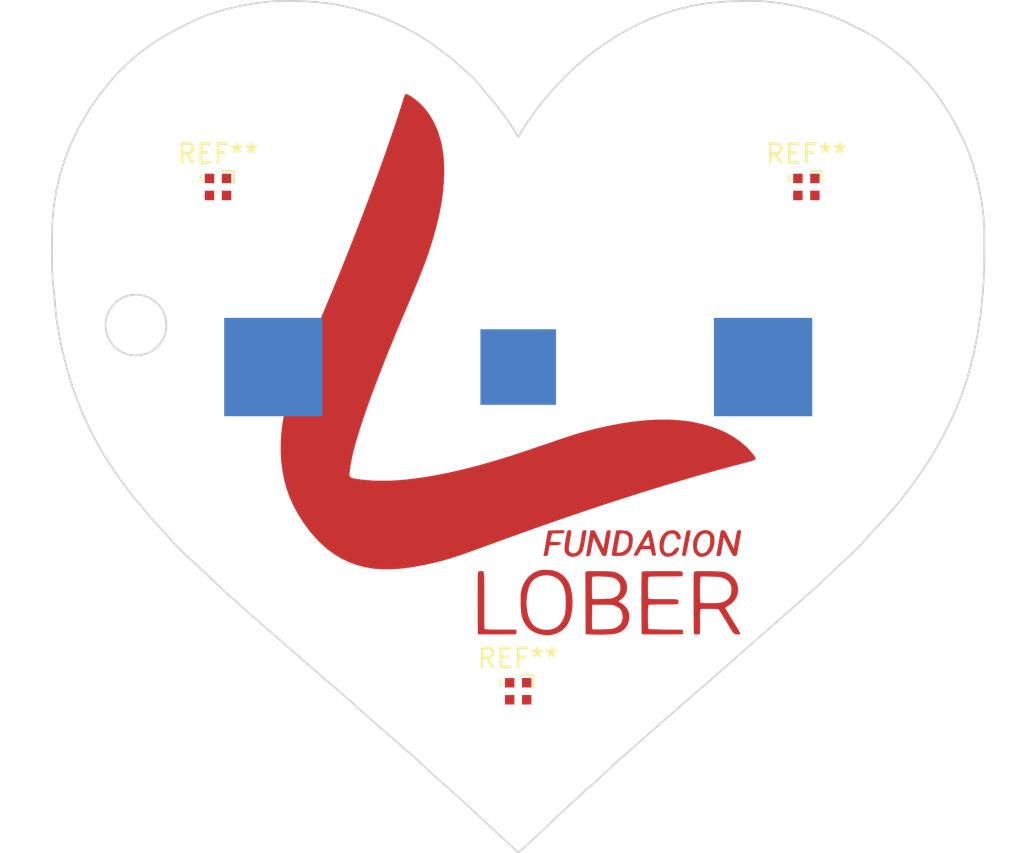
<source format=kicad_pcb>
(kicad_pcb (version 20171130) (host pcbnew 5.1.5-52549c5~84~ubuntu18.04.1)

  (general
    (thickness 1.6002)
    (drawings 0)
    (tracks 0)
    (zones 0)
    (modules 5)
    (nets 1)
  )

  (page USLetter)
  (title_block
    (rev 1)
  )

  (layers
    (0 Front signal)
    (31 Back signal)
    (34 B.Paste user)
    (35 F.Paste user)
    (36 B.SilkS user)
    (37 F.SilkS user)
    (38 B.Mask user)
    (39 F.Mask user)
    (44 Edge.Cuts user)
    (45 Margin user)
    (46 B.CrtYd user)
    (47 F.CrtYd user)
    (49 F.Fab user)
  )

  (setup
    (last_trace_width 0.254)
    (user_trace_width 0.254)
    (user_trace_width 0.508)
    (user_trace_width 0.762)
    (trace_clearance 0.1524)
    (zone_clearance 0.508)
    (zone_45_only no)
    (trace_min 0.1524)
    (via_size 0.6858)
    (via_drill 0.3302)
    (via_min_size 0.508)
    (via_min_drill 0.254)
    (user_via 0.6858 0.3302)
    (user_via 0.889 0.381)
    (uvia_size 0.6858)
    (uvia_drill 0.3302)
    (uvias_allowed no)
    (uvia_min_size 0)
    (uvia_min_drill 0)
    (edge_width 0.0381)
    (segment_width 0.254)
    (pcb_text_width 0.3048)
    (pcb_text_size 1.524 1.524)
    (mod_edge_width 0.127)
    (mod_text_size 0.762 0.762)
    (mod_text_width 0.127)
    (pad_size 1.524 1.524)
    (pad_drill 0.762)
    (pad_to_mask_clearance 0)
    (solder_mask_min_width 0.1016)
    (aux_axis_origin 0 0)
    (visible_elements FFFFFF7F)
    (pcbplotparams
      (layerselection 0x010fc_ffffffff)
      (usegerberextensions false)
      (usegerberattributes false)
      (usegerberadvancedattributes false)
      (creategerberjobfile false)
      (excludeedgelayer true)
      (linewidth 0.152400)
      (plotframeref false)
      (viasonmask false)
      (mode 1)
      (useauxorigin false)
      (hpglpennumber 1)
      (hpglpenspeed 20)
      (hpglpendiameter 15.000000)
      (psnegative false)
      (psa4output false)
      (plotreference true)
      (plotvalue false)
      (plotinvisibletext false)
      (padsonsilk false)
      (subtractmaskfromsilk true)
      (outputformat 1)
      (mirror false)
      (drillshape 0)
      (scaleselection 1)
      (outputdirectory "/home/greynaga/Github/MF-Jalisco (copy 1)/002_Paralelo/Gerbers/"))
  )

  (net 0 "")

  (net_class Default "This is the default net class."
    (clearance 0.1524)
    (trace_width 0.254)
    (via_dia 0.6858)
    (via_drill 0.3302)
    (uvia_dia 0.6858)
    (uvia_drill 0.3302)
    (diff_pair_width 0.1524)
    (diff_pair_gap 0.254)
  )

  (module LED_SMD:LED_SK6812_EC15_1.5x1.5mm (layer Front) (tedit 5DA624A9) (tstamp 5E7516A9)
    (at 160.655 92.075)
    (descr http://www.newstar-ledstrip.com/product/20181119172602110.pdf)
    (tags "LED RGB NeoPixel")
    (attr smd)
    (fp_text reference REF** (at 0 -1.75) (layer F.SilkS)
      (effects (font (size 1 1) (thickness 0.15)))
    )
    (fp_text value LED_SK6812_EC15_1.5x1.5mm (at 0 1.75) (layer F.Fab)
      (effects (font (size 1 1) (thickness 0.15)))
    )
    (fp_text user 1 (at -0.925 -0.45) (layer F.SilkS)
      (effects (font (size 0.3 0.3) (thickness 0.075)))
    )
    (fp_line (start 0.375 -0.75) (end 0.75 -0.375) (layer F.Fab) (width 0.1))
    (fp_line (start 0.85 -0.85) (end 0.2 -0.85) (layer F.SilkS) (width 0.1))
    (fp_line (start 0.85 -0.2) (end 0.85 -0.85) (layer F.SilkS) (width 0.1))
    (fp_poly (pts (xy 0.15 0.25) (xy -0.15 0.45) (xy 0.15 0.65)) (layer F.Fab) (width 0.1))
    (fp_line (start -0.75 -0.75) (end 0.375 -0.75) (layer F.Fab) (width 0.1))
    (fp_line (start 0.75 -0.375) (end 0.75 0.75) (layer F.Fab) (width 0.1))
    (fp_line (start 0.75 0.75) (end -0.75 0.75) (layer F.Fab) (width 0.1))
    (fp_line (start -0.75 0.75) (end -0.75 -0.75) (layer F.Fab) (width 0.1))
    (fp_line (start -1 -1) (end 1 -1) (layer F.CrtYd) (width 0.05))
    (fp_line (start 1 -1) (end 1 1) (layer F.CrtYd) (width 0.05))
    (fp_line (start 1 1) (end -1 1) (layer F.CrtYd) (width 0.05))
    (fp_line (start -1 1) (end -1 -1) (layer F.CrtYd) (width 0.05))
    (fp_text user %R (at 0.025 0) (layer F.Fab)
      (effects (font (size 0.3 0.3) (thickness 0.05)))
    )
    (pad 1 smd rect (at -0.45 -0.45) (size 0.5 0.5) (layers Front F.Paste F.Mask))
    (pad 2 smd rect (at -0.45 0.45) (size 0.5 0.5) (layers Front F.Paste F.Mask))
    (pad 3 smd rect (at 0.45 0.45) (size 0.5 0.5) (layers Front F.Paste F.Mask))
    (pad 4 smd rect (at 0.45 -0.45) (size 0.5 0.5) (layers Front F.Paste F.Mask))
    (model ${KISYS3DMOD}/LED_SMD.3dshapes/LED_SK6812_EC15_1.5x1.5mm.wrl
      (at (xyz 0 0 0))
      (scale (xyz 1 1 1))
      (rotate (xyz 0 0 0))
    )
  )

  (module LED_SMD:LED_SK6812_EC15_1.5x1.5mm (layer Front) (tedit 5DA624A9) (tstamp 5E75167F)
    (at 145.415 118.745)
    (descr http://www.newstar-ledstrip.com/product/20181119172602110.pdf)
    (tags "LED RGB NeoPixel")
    (attr smd)
    (fp_text reference REF** (at 0 -1.75) (layer F.SilkS)
      (effects (font (size 1 1) (thickness 0.15)))
    )
    (fp_text value LED_SK6812_EC15_1.5x1.5mm (at 0 1.75) (layer F.Fab)
      (effects (font (size 1 1) (thickness 0.15)))
    )
    (fp_text user %R (at 0.025 0) (layer F.Fab)
      (effects (font (size 0.3 0.3) (thickness 0.05)))
    )
    (fp_line (start -1 1) (end -1 -1) (layer F.CrtYd) (width 0.05))
    (fp_line (start 1 1) (end -1 1) (layer F.CrtYd) (width 0.05))
    (fp_line (start 1 -1) (end 1 1) (layer F.CrtYd) (width 0.05))
    (fp_line (start -1 -1) (end 1 -1) (layer F.CrtYd) (width 0.05))
    (fp_line (start -0.75 0.75) (end -0.75 -0.75) (layer F.Fab) (width 0.1))
    (fp_line (start 0.75 0.75) (end -0.75 0.75) (layer F.Fab) (width 0.1))
    (fp_line (start 0.75 -0.375) (end 0.75 0.75) (layer F.Fab) (width 0.1))
    (fp_line (start -0.75 -0.75) (end 0.375 -0.75) (layer F.Fab) (width 0.1))
    (fp_poly (pts (xy 0.15 0.25) (xy -0.15 0.45) (xy 0.15 0.65)) (layer F.Fab) (width 0.1))
    (fp_line (start 0.85 -0.2) (end 0.85 -0.85) (layer F.SilkS) (width 0.1))
    (fp_line (start 0.85 -0.85) (end 0.2 -0.85) (layer F.SilkS) (width 0.1))
    (fp_line (start 0.375 -0.75) (end 0.75 -0.375) (layer F.Fab) (width 0.1))
    (fp_text user 1 (at -0.925 -0.45) (layer F.SilkS)
      (effects (font (size 0.3 0.3) (thickness 0.075)))
    )
    (pad 4 smd rect (at 0.45 -0.45) (size 0.5 0.5) (layers Front F.Paste F.Mask))
    (pad 3 smd rect (at 0.45 0.45) (size 0.5 0.5) (layers Front F.Paste F.Mask))
    (pad 2 smd rect (at -0.45 0.45) (size 0.5 0.5) (layers Front F.Paste F.Mask))
    (pad 1 smd rect (at -0.45 -0.45) (size 0.5 0.5) (layers Front F.Paste F.Mask))
    (model ${KISYS3DMOD}/LED_SMD.3dshapes/LED_SK6812_EC15_1.5x1.5mm.wrl
      (at (xyz 0 0 0))
      (scale (xyz 1 1 1))
      (rotate (xyz 0 0 0))
    )
  )

  (module LED_SMD:LED_SK6812_EC15_1.5x1.5mm (layer Front) (tedit 5DA624A9) (tstamp 5E75142E)
    (at 129.54 92.075)
    (descr http://www.newstar-ledstrip.com/product/20181119172602110.pdf)
    (tags "LED RGB NeoPixel")
    (attr smd)
    (fp_text reference REF** (at 0 -1.75) (layer F.SilkS)
      (effects (font (size 1 1) (thickness 0.15)))
    )
    (fp_text value LED_SK6812_EC15_1.5x1.5mm (at 0 1.75) (layer F.Fab)
      (effects (font (size 1 1) (thickness 0.15)))
    )
    (fp_text user 1 (at -0.925 -0.45) (layer F.SilkS)
      (effects (font (size 0.3 0.3) (thickness 0.075)))
    )
    (fp_line (start 0.375 -0.75) (end 0.75 -0.375) (layer F.Fab) (width 0.1))
    (fp_line (start 0.85 -0.85) (end 0.2 -0.85) (layer F.SilkS) (width 0.1))
    (fp_line (start 0.85 -0.2) (end 0.85 -0.85) (layer F.SilkS) (width 0.1))
    (fp_poly (pts (xy 0.15 0.25) (xy -0.15 0.45) (xy 0.15 0.65)) (layer F.Fab) (width 0.1))
    (fp_line (start -0.75 -0.75) (end 0.375 -0.75) (layer F.Fab) (width 0.1))
    (fp_line (start 0.75 -0.375) (end 0.75 0.75) (layer F.Fab) (width 0.1))
    (fp_line (start 0.75 0.75) (end -0.75 0.75) (layer F.Fab) (width 0.1))
    (fp_line (start -0.75 0.75) (end -0.75 -0.75) (layer F.Fab) (width 0.1))
    (fp_line (start -1 -1) (end 1 -1) (layer F.CrtYd) (width 0.05))
    (fp_line (start 1 -1) (end 1 1) (layer F.CrtYd) (width 0.05))
    (fp_line (start 1 1) (end -1 1) (layer F.CrtYd) (width 0.05))
    (fp_line (start -1 1) (end -1 -1) (layer F.CrtYd) (width 0.05))
    (fp_text user %R (at 0.025 0) (layer F.Fab)
      (effects (font (size 0.3 0.3) (thickness 0.05)))
    )
    (pad 1 smd rect (at -0.45 -0.45) (size 0.5 0.5) (layers Front F.Paste F.Mask))
    (pad 2 smd rect (at -0.45 0.45) (size 0.5 0.5) (layers Front F.Paste F.Mask))
    (pad 3 smd rect (at 0.45 0.45) (size 0.5 0.5) (layers Front F.Paste F.Mask))
    (pad 4 smd rect (at 0.45 -0.45) (size 0.5 0.5) (layers Front F.Paste F.Mask))
    (model ${KISYS3DMOD}/LED_SMD.3dshapes/LED_SK6812_EC15_1.5x1.5mm.wrl
      (at (xyz 0 0 0))
      (scale (xyz 1 1 1))
      (rotate (xyz 0 0 0))
    )
  )

  (module lober:WA-BCMC (layer Back) (tedit 5D58AA70) (tstamp 5E755396)
    (at 145.415 101.6)
    (fp_text reference BT1 (at 10.16 -12.446) (layer B.Fab)
      (effects (font (size 1 1) (thickness 0.15)) (justify mirror))
    )
    (fp_text value Battery_3V_Coin (at -9.398 10.16) (layer B.Fab)
      (effects (font (size 1 1) (thickness 0.15)) (justify mirror))
    )
    (fp_line (start 12.8 -10.9) (end -12.8 -10.9) (layer B.Fab) (width 0.15))
    (fp_line (start -12.8 -10.9) (end -12.8 9.1) (layer B.Fab) (width 0.15))
    (fp_line (start -12.8 9.1) (end 12.8 9.1) (layer B.Fab) (width 0.15))
    (fp_line (start 12.8 9.1) (end 12.8 -10.9) (layer B.Fab) (width 0.15))
    (pad 2 smd rect (at 0 0) (size 4 4) (layers Back B.Paste B.Mask))
    (pad 1 smd rect (at -12.95 0) (size 5.2 5.2) (layers Back B.Paste B.Mask))
    (pad 1 smd rect (at 12.95 0) (size 5.2 5.2) (layers Back B.Paste B.Mask))
    (model ${KISYS3DMOD}/Battery.3dshapes/s8211-46r.stp
      (offset (xyz 0 -6 4.1))
      (scale (xyz 1 1 1))
      (rotate (xyz 0 90 90))
    )
  )

  (module lober:lober (layer Front) (tedit 0) (tstamp 5E75BAE5)
    (at 145.415 104.775)
    (fp_text reference Ref** (at 0 0) (layer F.SilkS) hide
      (effects (font (size 1.27 1.27) (thickness 0.15)))
    )
    (fp_text value Val** (at 0 0) (layer F.SilkS) hide
      (effects (font (size 1.27 1.27) (thickness 0.15)))
    )
    (fp_line (start -20.435273 -6.991658) (end -20.215835 -7.002908) (layer Edge.Cuts) (width 0.1))
    (fp_line (start -20.745669 -6.917208) (end -20.435273 -6.991658) (layer Edge.Cuts) (width 0.1))
    (fp_line (start -21.029522 -6.786022) (end -20.745669 -6.917208) (layer Edge.Cuts) (width 0.1))
    (fp_line (start -21.28036 -6.60458) (end -21.029522 -6.786022) (layer Edge.Cuts) (width 0.1))
    (fp_line (start -21.491719 -6.379342) (end -21.28036 -6.60458) (layer Edge.Cuts) (width 0.1))
    (fp_line (start -21.657128 -6.116774) (end -21.491719 -6.379342) (layer Edge.Cuts) (width 0.1))
    (fp_line (start -21.770118 -5.823358) (end -21.657128 -6.116774) (layer Edge.Cuts) (width 0.1))
    (fp_line (start -21.824221 -5.505552) (end -21.770118 -5.823358) (layer Edge.Cuts) (width 0.1))
    (fp_line (start -21.812968 -5.175082) (end -21.824221 -5.505552) (layer Edge.Cuts) (width 0.1))
    (fp_line (start -21.738518 -4.864685) (end -21.812968 -5.175082) (layer Edge.Cuts) (width 0.1))
    (fp_line (start -21.607337 -4.580837) (end -21.738518 -4.864685) (layer Edge.Cuts) (width 0.1))
    (fp_line (start -21.425892 -4.329988) (end -21.607337 -4.580837) (layer Edge.Cuts) (width 0.1))
    (fp_line (start -21.200655 -4.118636) (end -21.425892 -4.329988) (layer Edge.Cuts) (width 0.1))
    (fp_line (start -20.938093 -3.953231) (end -21.200655 -4.118636) (layer Edge.Cuts) (width 0.1))
    (fp_line (start -20.644674 -3.840241) (end -20.938093 -3.953231) (layer Edge.Cuts) (width 0.1))
    (fp_line (start -20.326868 -3.786131) (end -20.644674 -3.840241) (layer Edge.Cuts) (width 0.1))
    (fp_line (start -19.996397 -3.797381) (end -20.326868 -3.786131) (layer Edge.Cuts) (width 0.1))
    (fp_line (start -19.686002 -3.871831) (end -19.996397 -3.797381) (layer Edge.Cuts) (width 0.1))
    (fp_line (start -19.40215 -4.003016) (end -19.686002 -3.871831) (layer Edge.Cuts) (width 0.1))
    (fp_line (start -19.15131 -4.184458) (end -19.40215 -4.003016) (layer Edge.Cuts) (width 0.1))
    (fp_line (start -18.939952 -4.409697) (end -19.15131 -4.184458) (layer Edge.Cuts) (width 0.1))
    (fp_line (start -18.774542 -4.672265) (end -18.939952 -4.409697) (layer Edge.Cuts) (width 0.1))
    (fp_line (start -18.661552 -4.965681) (end -18.774542 -4.672265) (layer Edge.Cuts) (width 0.1))
    (fp_line (start -18.607449 -5.283486) (end -18.661552 -4.965681) (layer Edge.Cuts) (width 0.1))
    (fp_line (start -18.618702 -5.613957) (end -18.607449 -5.283486) (layer Edge.Cuts) (width 0.1))
    (fp_line (start -18.693152 -5.924354) (end -18.618702 -5.613957) (layer Edge.Cuts) (width 0.1))
    (fp_line (start -18.824334 -6.208202) (end -18.693152 -5.924354) (layer Edge.Cuts) (width 0.1))
    (fp_line (start -19.005778 -6.45904) (end -18.824334 -6.208202) (layer Edge.Cuts) (width 0.1))
    (fp_line (start -19.231016 -6.670402) (end -19.005778 -6.45904) (layer Edge.Cuts) (width 0.1))
    (fp_line (start -19.493579 -6.835808) (end -19.231016 -6.670402) (layer Edge.Cuts) (width 0.1))
    (fp_line (start -19.786997 -6.948798) (end -19.493579 -6.835808) (layer Edge.Cuts) (width 0.1))
    (fp_line (start -20.104803 -7.002908) (end -19.786997 -6.948798) (layer Edge.Cuts) (width 0.1))
    (fp_line (start -20.215835 -7.002908) (end -20.104803 -7.002908) (layer Edge.Cuts) (width 0.1))
    (fp_line (start -24.647891 -8.636586) (end -24.647891 -8.407134) (layer Edge.Cuts) (width 0.1))
    (fp_line (start -24.647891 -8.866038) (end -24.647891 -8.636586) (layer Edge.Cuts) (width 0.1))
    (fp_line (start -24.647891 -9.095491) (end -24.647891 -8.866038) (layer Edge.Cuts) (width 0.1))
    (fp_line (start -24.647891 -9.324941) (end -24.647891 -9.095491) (layer Edge.Cuts) (width 0.1))
    (fp_line (start -24.647891 -9.554393) (end -24.647891 -9.324941) (layer Edge.Cuts) (width 0.1))
    (fp_line (start -24.647891 -9.783846) (end -24.647891 -9.554393) (layer Edge.Cuts) (width 0.1))
    (fp_line (start -24.647891 -10.013297) (end -24.647891 -9.783846) (layer Edge.Cuts) (width 0.1))
    (fp_line (start -24.637226 -10.808322) (end -24.647891 -10.013297) (layer Edge.Cuts) (width 0.1))
    (fp_line (start -24.565527 -11.641371) (end -24.637226 -10.808322) (layer Edge.Cuts) (width 0.1))
    (fp_line (start -24.437231 -12.454324) (end -24.565527 -11.641371) (layer Edge.Cuts) (width 0.1))
    (fp_line (start -24.256773 -13.243572) (end -24.437231 -12.454324) (layer Edge.Cuts) (width 0.1))
    (fp_line (start -24.028589 -14.005505) (end -24.256773 -13.243572) (layer Edge.Cuts) (width 0.1))
    (fp_line (start -23.757117 -14.73651) (end -24.028589 -14.005505) (layer Edge.Cuts) (width 0.1))
    (fp_line (start -23.446792 -15.432978) (end -23.757117 -14.73651) (layer Edge.Cuts) (width 0.1))
    (fp_line (start -23.10205 -16.091298) (end -23.446792 -15.432978) (layer Edge.Cuts) (width 0.1))
    (fp_line (start -22.90673 -16.420015) (end -23.10205 -16.091298) (layer Edge.Cuts) (width 0.1))
    (fp_line (start -22.797726 -16.59918) (end -22.90673 -16.420015) (layer Edge.Cuts) (width 0.1))
    (fp_line (start -22.687141 -16.776059) (end -22.797726 -16.59918) (layer Edge.Cuts) (width 0.1))
    (fp_line (start -22.574464 -16.950595) (end -22.687141 -16.776059) (layer Edge.Cuts) (width 0.1))
    (fp_line (start -22.459185 -17.122733) (end -22.574464 -16.950595) (layer Edge.Cuts) (width 0.1))
    (fp_line (start -22.340792 -17.29242) (end -22.459185 -17.122733) (layer Edge.Cuts) (width 0.1))
    (fp_line (start -22.218775 -17.4596) (end -22.340792 -17.29242) (layer Edge.Cuts) (width 0.1))
    (fp_line (start -22.092622 -17.624217) (end -22.218775 -17.4596) (layer Edge.Cuts) (width 0.1))
    (fp_line (start -21.965361 -17.783684) (end -22.092622 -17.624217) (layer Edge.Cuts) (width 0.1))
    (fp_line (start -21.840417 -17.941392) (end -21.965361 -17.783684) (layer Edge.Cuts) (width 0.1))
    (fp_line (start -21.715556 -18.098298) (end -21.840417 -17.941392) (layer Edge.Cuts) (width 0.1))
    (fp_line (start -21.589755 -18.253861) (end -21.715556 -18.098298) (layer Edge.Cuts) (width 0.1))
    (fp_line (start -21.461998 -18.407548) (end -21.589755 -18.253861) (layer Edge.Cuts) (width 0.1))
    (fp_line (start -21.331263 -18.558821) (end -21.461998 -18.407548) (layer Edge.Cuts) (width 0.1))
    (fp_line (start -21.196537 -18.707141) (end -21.331263 -18.558821) (layer Edge.Cuts) (width 0.1))
    (fp_line (start -21.056796 -18.851972) (end -21.196537 -18.707141) (layer Edge.Cuts) (width 0.1))
    (fp_line (start -20.696401 -19.198671) (end -21.056796 -18.851972) (layer Edge.Cuts) (width 0.1))
    (fp_line (start -20.254289 -19.591213) (end -20.696401 -19.198671) (layer Edge.Cuts) (width 0.1))
    (fp_line (start -19.829224 -19.93323) (end -20.254289 -19.591213) (layer Edge.Cuts) (width 0.1))
    (fp_line (start -19.409009 -20.236843) (end -19.829224 -19.93323) (layer Edge.Cuts) (width 0.1))
    (fp_line (start -18.981448 -20.514174) (end -19.409009 -20.236843) (layer Edge.Cuts) (width 0.1))
    (fp_line (start -18.534345 -20.777347) (end -18.981448 -20.514174) (layer Edge.Cuts) (width 0.1))
    (fp_line (start -18.055506 -21.038481) (end -18.534345 -20.777347) (layer Edge.Cuts) (width 0.1))
    (fp_line (start -17.532734 -21.3097) (end -18.055506 -21.038481) (layer Edge.Cuts) (width 0.1))
    (fp_line (start -17.040373 -21.551711) (end -17.532734 -21.3097) (layer Edge.Cuts) (width 0.1))
    (fp_line (start -16.514885 -21.762832) (end -17.040373 -21.551711) (layer Edge.Cuts) (width 0.1))
    (fp_line (start -15.925922 -21.960347) (end -16.514885 -21.762832) (layer Edge.Cuts) (width 0.1))
    (fp_line (start -15.288809 -22.138332) (end -15.925922 -21.960347) (layer Edge.Cuts) (width 0.1))
    (fp_line (start -14.61887 -22.290857) (end -15.288809 -22.138332) (layer Edge.Cuts) (width 0.1))
    (fp_line (start -13.931428 -22.412012) (end -14.61887 -22.290857) (layer Edge.Cuts) (width 0.1))
    (fp_line (start -13.241808 -22.495866) (end -13.931428 -22.412012) (layer Edge.Cuts) (width 0.1))
    (fp_line (start -12.565334 -22.536495) (end -13.241808 -22.495866) (layer Edge.Cuts) (width 0.1))
    (fp_line (start -11.87465 -22.534115) (end -12.565334 -22.536495) (layer Edge.Cuts) (width 0.1))
    (fp_line (start -11.226806 -22.515078) (end -11.87465 -22.534115) (layer Edge.Cuts) (width 0.1))
    (fp_line (start -10.628415 -22.475844) (end -11.226806 -22.515078) (layer Edge.Cuts) (width 0.1))
    (fp_line (start -10.06084 -22.412888) (end -10.628415 -22.475844) (layer Edge.Cuts) (width 0.1))
    (fp_line (start -9.505447 -22.322677) (end -10.06084 -22.412888) (layer Edge.Cuts) (width 0.1))
    (fp_line (start -8.943599 -22.201677) (end -9.505447 -22.322677) (layer Edge.Cuts) (width 0.1))
    (fp_line (start -8.35666 -22.046357) (end -8.943599 -22.201677) (layer Edge.Cuts) (width 0.1))
    (fp_line (start -7.725994 -21.853183) (end -8.35666 -22.046357) (layer Edge.Cuts) (width 0.1))
    (fp_line (start -7.274313 -21.698682) (end -7.725994 -21.853183) (layer Edge.Cuts) (width 0.1))
    (fp_line (start -6.900976 -21.548898) (end -7.274313 -21.698682) (layer Edge.Cuts) (width 0.1))
    (fp_line (start -6.500361 -21.370399) (end -6.900976 -21.548898) (layer Edge.Cuts) (width 0.1))
    (fp_line (start -6.085958 -21.169506) (end -6.500361 -21.370399) (layer Edge.Cuts) (width 0.1))
    (fp_line (start -5.671257 -20.952541) (end -6.085958 -21.169506) (layer Edge.Cuts) (width 0.1))
    (fp_line (start -5.269744 -20.725826) (end -5.671257 -20.952541) (layer Edge.Cuts) (width 0.1))
    (fp_line (start -4.894909 -20.495681) (end -5.269744 -20.725826) (layer Edge.Cuts) (width 0.1))
    (fp_line (start -4.56024 -20.268429) (end -4.894909 -20.495681) (layer Edge.Cuts) (width 0.1))
    (fp_line (start -4.355072 -20.11377) (end -4.56024 -20.268429) (layer Edge.Cuts) (width 0.1))
    (fp_line (start -4.19019 -19.991796) (end -4.355072 -20.11377) (layer Edge.Cuts) (width 0.1))
    (fp_line (start -4.023873 -19.869293) (end -4.19019 -19.991796) (layer Edge.Cuts) (width 0.1))
    (fp_line (start -3.857474 -19.745634) (end -4.023873 -19.869293) (layer Edge.Cuts) (width 0.1))
    (fp_line (start -3.692351 -19.62019) (end -3.857474 -19.745634) (layer Edge.Cuts) (width 0.1))
    (fp_line (start -3.52986 -19.492336) (end -3.692351 -19.62019) (layer Edge.Cuts) (width 0.1))
    (fp_line (start -3.371354 -19.361445) (end -3.52986 -19.492336) (layer Edge.Cuts) (width 0.1))
    (fp_line (start -3.218203 -19.226889) (end -3.371354 -19.361445) (layer Edge.Cuts) (width 0.1))
    (fp_line (start -3.075185 -19.094076) (end -3.218203 -19.226889) (layer Edge.Cuts) (width 0.1))
    (fp_line (start -2.925593 -18.959264) (end -3.075185 -19.094076) (layer Edge.Cuts) (width 0.1))
    (fp_line (start -2.770005 -18.82019) (end -2.925593 -18.959264) (layer Edge.Cuts) (width 0.1))
    (fp_line (start -2.612249 -18.677707) (end -2.770005 -18.82019) (layer Edge.Cuts) (width 0.1))
    (fp_line (start -2.456233 -18.532673) (end -2.612249 -18.677707) (layer Edge.Cuts) (width 0.1))
    (fp_line (start -2.305804 -18.385943) (end -2.456233 -18.532673) (layer Edge.Cuts) (width 0.1))
    (fp_line (start -2.164812 -18.238372) (end -2.305804 -18.385943) (layer Edge.Cuts) (width 0.1))
    (fp_line (start -2.037161 -18.090815) (end -2.164812 -18.238372) (layer Edge.Cuts) (width 0.1))
    (fp_line (start -1.857365 -17.860464) (end -2.037161 -18.090815) (layer Edge.Cuts) (width 0.1))
    (fp_line (start -1.662561 -17.621096) (end -1.857365 -17.860464) (layer Edge.Cuts) (width 0.1))
    (fp_line (start -1.48134 -17.404812) (end -1.662561 -17.621096) (layer Edge.Cuts) (width 0.1))
    (fp_line (start -1.307122 -17.19819) (end -1.48134 -17.404812) (layer Edge.Cuts) (width 0.1))
    (fp_line (start -1.133367 -16.987807) (end -1.307122 -17.19819) (layer Edge.Cuts) (width 0.1))
    (fp_line (start -0.953472 -16.760238) (end -1.133367 -16.987807) (layer Edge.Cuts) (width 0.1))
    (fp_line (start -0.760878 -16.502063) (end -0.953472 -16.760238) (layer Edge.Cuts) (width 0.1))
    (fp_line (start -0.549016 -16.199858) (end -0.760878 -16.502063) (layer Edge.Cuts) (width 0.1))
    (fp_line (start -0.441301 -16.039183) (end -0.549016 -16.199858) (layer Edge.Cuts) (width 0.1))
    (fp_line (start -0.385531 -15.959561) (end -0.441301 -16.039183) (layer Edge.Cuts) (width 0.1))
    (fp_line (start -0.322321 -15.86928) (end -0.385531 -15.959561) (layer Edge.Cuts) (width 0.1))
    (fp_line (start -0.256201 -15.772416) (end -0.322321 -15.86928) (layer Edge.Cuts) (width 0.1))
    (fp_line (start -0.191681 -15.673041) (end -0.256201 -15.772416) (layer Edge.Cuts) (width 0.1))
    (fp_line (start -0.133261 -15.575231) (end -0.191681 -15.673041) (layer Edge.Cuts) (width 0.1))
    (fp_line (start -0.085461 -15.483064) (end -0.133261 -15.575231) (layer Edge.Cuts) (width 0.1))
    (fp_line (start -0.052671 -15.400612) (end -0.085461 -15.483064) (layer Edge.Cuts) (width 0.1))
    (fp_line (start -0.047271 -15.376882) (end -0.052671 -15.400612) (layer Edge.Cuts) (width 0.1))
    (fp_line (start -0.035481 -15.376882) (end -0.047271 -15.376882) (layer Edge.Cuts) (width 0.1))
    (fp_line (start -0.023691 -15.376882) (end -0.035481 -15.376882) (layer Edge.Cuts) (width 0.1))
    (fp_line (start -0.011901 -15.376882) (end -0.023691 -15.376882) (layer Edge.Cuts) (width 0.1))
    (fp_line (start -0.000111 -15.376882) (end -0.011901 -15.376882) (layer Edge.Cuts) (width 0.1))
    (fp_line (start 0.011679 -15.376882) (end -0.000111 -15.376882) (layer Edge.Cuts) (width 0.1))
    (fp_line (start 0.023469 -15.376882) (end 0.011679 -15.376882) (layer Edge.Cuts) (width 0.1))
    (fp_line (start 0.035259 -15.376882) (end 0.023469 -15.376882) (layer Edge.Cuts) (width 0.1))
    (fp_line (start 0.070949 -15.447674) (end 0.035259 -15.376882) (layer Edge.Cuts) (width 0.1))
    (fp_line (start 0.152649 -15.603813) (end 0.070949 -15.447674) (layer Edge.Cuts) (width 0.1))
    (fp_line (start 0.271715 -15.798803) (end 0.152649 -15.603813) (layer Edge.Cuts) (width 0.1))
    (fp_line (start 0.414592 -16.01599) (end 0.271715 -15.798803) (layer Edge.Cuts) (width 0.1))
    (fp_line (start 0.567756 -16.238719) (end 0.414592 -16.01599) (layer Edge.Cuts) (width 0.1))
    (fp_line (start 0.717695 -16.450336) (end 0.567756 -16.238719) (layer Edge.Cuts) (width 0.1))
    (fp_line (start 0.850885 -16.634188) (end 0.717695 -16.450336) (layer Edge.Cuts) (width 0.1))
    (fp_line (start 0.953805 -16.773621) (end 0.850885 -16.634188) (layer Edge.Cuts) (width 0.1))
    (fp_line (start 1.020295 -16.862092) (end 0.953805 -16.773621) (layer Edge.Cuts) (width 0.1))
    (fp_line (start 1.084655 -16.947295) (end 1.020295 -16.862092) (layer Edge.Cuts) (width 0.1))
    (fp_line (start 1.147835 -17.030118) (end 1.084655 -16.947295) (layer Edge.Cuts) (width 0.1))
    (fp_line (start 1.210605 -17.111239) (end 1.147835 -17.030118) (layer Edge.Cuts) (width 0.1))
    (fp_line (start 1.273775 -17.191343) (end 1.210605 -17.111239) (layer Edge.Cuts) (width 0.1))
    (fp_line (start 1.338135 -17.271115) (end 1.273775 -17.191343) (layer Edge.Cuts) (width 0.1))
    (fp_line (start 1.404455 -17.351235) (end 1.338135 -17.271115) (layer Edge.Cuts) (width 0.1))
    (fp_line (start 1.473565 -17.432385) (end 1.404455 -17.351235) (layer Edge.Cuts) (width 0.1))
    (fp_line (start 1.631021 -17.612216) (end 1.473565 -17.432385) (layer Edge.Cuts) (width 0.1))
    (fp_line (start 1.833408 -17.83895) (end 1.631021 -17.612216) (layer Edge.Cuts) (width 0.1))
    (fp_line (start 2.038541 -18.063384) (end 1.833408 -17.83895) (layer Edge.Cuts) (width 0.1))
    (fp_line (start 2.246762 -18.285088) (end 2.038541 -18.063384) (layer Edge.Cuts) (width 0.1))
    (fp_line (start 2.458394 -18.503635) (end 2.246762 -18.285088) (layer Edge.Cuts) (width 0.1))
    (fp_line (start 2.673821 -18.718595) (end 2.458394 -18.503635) (layer Edge.Cuts) (width 0.1))
    (fp_line (start 2.893347 -18.929541) (end 2.673821 -18.718595) (layer Edge.Cuts) (width 0.1))
    (fp_line (start 3.117334 -19.136046) (end 2.893347 -18.929541) (layer Edge.Cuts) (width 0.1))
    (fp_line (start 3.193324 -19.203536) (end 3.117334 -19.136046) (layer Edge.Cuts) (width 0.1))
    (fp_line (start 3.273754 -19.270315) (end 3.193324 -19.203536) (layer Edge.Cuts) (width 0.1))
    (fp_line (start 3.354194 -19.337094) (end 3.273754 -19.270315) (layer Edge.Cuts) (width 0.1))
    (fp_line (start 3.434624 -19.403873) (end 3.354194 -19.337094) (layer Edge.Cuts) (width 0.1))
    (fp_line (start 3.515064 -19.470652) (end 3.434624 -19.403873) (layer Edge.Cuts) (width 0.1))
    (fp_line (start 3.595494 -19.537431) (end 3.515064 -19.470652) (layer Edge.Cuts) (width 0.1))
    (fp_line (start 3.675934 -19.60421) (end 3.595494 -19.537431) (layer Edge.Cuts) (width 0.1))
    (fp_line (start 3.756364 -19.670989) (end 3.675934 -19.60421) (layer Edge.Cuts) (width 0.1))
    (fp_line (start 3.867784 -19.76073) (end 3.756364 -19.670989) (layer Edge.Cuts) (width 0.1))
    (fp_line (start 3.910554 -19.791509) (end 3.867784 -19.76073) (layer Edge.Cuts) (width 0.1))
    (fp_line (start 3.950484 -19.819464) (end 3.910554 -19.791509) (layer Edge.Cuts) (width 0.1))
    (fp_line (start 3.988824 -19.845828) (end 3.950484 -19.819464) (layer Edge.Cuts) (width 0.1))
    (fp_line (start 4.026834 -19.871879) (end 3.988824 -19.845828) (layer Edge.Cuts) (width 0.1))
    (fp_line (start 4.065744 -19.898838) (end 4.026834 -19.871879) (layer Edge.Cuts) (width 0.1))
    (fp_line (start 4.106834 -19.927975) (end 4.065744 -19.898838) (layer Edge.Cuts) (width 0.1))
    (fp_line (start 4.151314 -19.960529) (end 4.106834 -19.927975) (layer Edge.Cuts) (width 0.1))
    (fp_line (start 4.549346 -20.252515) (end 4.151314 -19.960529) (layer Edge.Cuts) (width 0.1))
    (fp_line (start 5.142715 -20.643732) (end 4.549346 -20.252515) (layer Edge.Cuts) (width 0.1))
    (fp_line (start 5.757024 -21.002448) (end 5.142715 -20.643732) (layer Edge.Cuts) (width 0.1))
    (fp_line (start 6.390786 -21.327246) (end 5.757024 -21.002448) (layer Edge.Cuts) (width 0.1))
    (fp_line (start 7.04252 -21.616712) (end 6.390786 -21.327246) (layer Edge.Cuts) (width 0.1))
    (fp_line (start 7.710742 -21.869432) (end 7.04252 -21.616712) (layer Edge.Cuts) (width 0.1))
    (fp_line (start 8.393967 -22.083989) (end 7.710742 -21.869432) (layer Edge.Cuts) (width 0.1))
    (fp_line (start 9.090713 -22.258969) (end 8.393967 -22.083989) (layer Edge.Cuts) (width 0.1))
    (fp_line (start 9.557321 -22.349213) (end 9.090713 -22.258969) (layer Edge.Cuts) (width 0.1))
    (fp_line (start 9.919776 -22.403421) (end 9.557321 -22.349213) (layer Edge.Cuts) (width 0.1))
    (fp_line (start 10.29561 -22.446855) (end 9.919776 -22.403421) (layer Edge.Cuts) (width 0.1))
    (fp_line (start 10.680518 -22.480497) (end 10.29561 -22.446855) (layer Edge.Cuts) (width 0.1))
    (fp_line (start 11.070192 -22.505306) (end 10.680518 -22.480497) (layer Edge.Cuts) (width 0.1))
    (fp_line (start 11.460323 -22.522252) (end 11.070192 -22.505306) (layer Edge.Cuts) (width 0.1))
    (fp_line (start 11.846607 -22.532335) (end 11.460323 -22.522252) (layer Edge.Cuts) (width 0.1))
    (fp_line (start 12.224736 -22.536502) (end 11.846607 -22.532335) (layer Edge.Cuts) (width 0.1))
    (fp_line (start 12.794803 -22.52796) (end 12.224736 -22.536502) (layer Edge.Cuts) (width 0.1))
    (fp_line (start 13.482186 -22.472019) (end 12.794803 -22.52796) (layer Edge.Cuts) (width 0.1))
    (fp_line (start 14.174388 -22.374472) (end 13.482186 -22.472019) (layer Edge.Cuts) (width 0.1))
    (fp_line (start 14.857643 -22.241108) (end 14.174388 -22.374472) (layer Edge.Cuts) (width 0.1))
    (fp_line (start 15.518186 -22.07772) (end 14.857643 -22.241108) (layer Edge.Cuts) (width 0.1))
    (fp_line (start 16.14225 -21.890096) (end 15.518186 -22.07772) (layer Edge.Cuts) (width 0.1))
    (fp_line (start 16.71607 -21.684029) (end 16.14225 -21.890096) (layer Edge.Cuts) (width 0.1))
    (fp_line (start 17.225878 -21.465308) (end 16.71607 -21.684029) (layer Edge.Cuts) (width 0.1))
    (fp_line (start 17.374463 -21.39039) (end 17.225878 -21.465308) (layer Edge.Cuts) (width 0.1))
    (fp_line (start 17.504106 -21.325672) (end 17.374463 -21.39039) (layer Edge.Cuts) (width 0.1))
    (fp_line (start 17.633748 -21.260953) (end 17.504106 -21.325672) (layer Edge.Cuts) (width 0.1))
    (fp_line (start 17.763392 -21.196235) (end 17.633748 -21.260953) (layer Edge.Cuts) (width 0.1))
    (fp_line (start 17.893034 -21.131516) (end 17.763392 -21.196235) (layer Edge.Cuts) (width 0.1))
    (fp_line (start 18.022676 -21.066798) (end 17.893034 -21.131516) (layer Edge.Cuts) (width 0.1))
    (fp_line (start 18.15232 -21.00208) (end 18.022676 -21.066798) (layer Edge.Cuts) (width 0.1))
    (fp_line (start 18.281962 -20.937361) (end 18.15232 -21.00208) (layer Edge.Cuts) (width 0.1))
    (fp_line (start 18.618482 -20.758198) (end 18.281962 -20.937361) (layer Edge.Cuts) (width 0.1))
    (fp_line (start 18.951386 -20.551719) (end 18.618482 -20.758198) (layer Edge.Cuts) (width 0.1))
    (fp_line (start 19.299692 -20.315245) (end 18.951386 -20.551719) (layer Edge.Cuts) (width 0.1))
    (fp_line (start 19.653572 -20.057272) (end 19.299692 -20.315245) (layer Edge.Cuts) (width 0.1))
    (fp_line (start 20.003196 -19.786298) (end 19.653572 -20.057272) (layer Edge.Cuts) (width 0.1))
    (fp_line (start 20.338733 -19.51082) (end 20.003196 -19.786298) (layer Edge.Cuts) (width 0.1))
    (fp_line (start 20.650356 -19.239335) (end 20.338733 -19.51082) (layer Edge.Cuts) (width 0.1))
    (fp_line (start 20.928232 -18.980341) (end 20.650356 -19.239335) (layer Edge.Cuts) (width 0.1))
    (fp_line (start 21.044642 -18.863168) (end 20.928232 -18.980341) (layer Edge.Cuts) (width 0.1))
    (fp_line (start 21.092572 -18.810288) (end 21.044642 -18.863168) (layer Edge.Cuts) (width 0.1))
    (fp_line (start 21.136262 -18.758732) (end 21.092572 -18.810288) (layer Edge.Cuts) (width 0.1))
    (fp_line (start 21.177792 -18.707721) (end 21.136262 -18.758732) (layer Edge.Cuts) (width 0.1))
    (fp_line (start 21.219262 -18.656472) (end 21.177792 -18.707721) (layer Edge.Cuts) (width 0.1))
    (fp_line (start 21.262692 -18.604206) (end 21.219262 -18.656472) (layer Edge.Cuts) (width 0.1))
    (fp_line (start 21.310212 -18.55014) (end 21.262692 -18.604206) (layer Edge.Cuts) (width 0.1))
    (fp_line (start 21.363842 -18.493493) (end 21.310212 -18.55014) (layer Edge.Cuts) (width 0.1))
    (fp_line (start 21.513573 -18.342578) (end 21.363842 -18.493493) (layer Edge.Cuts) (width 0.1))
    (fp_line (start 21.699403 -18.136862) (end 21.513573 -18.342578) (layer Edge.Cuts) (width 0.1))
    (fp_line (start 21.876843 -17.922768) (end 21.699403 -18.136862) (layer Edge.Cuts) (width 0.1))
    (fp_line (start 22.046946 -17.701882) (end 21.876843 -17.922768) (layer Edge.Cuts) (width 0.1))
    (fp_line (start 22.21076 -17.47579) (end 22.046946 -17.701882) (layer Edge.Cuts) (width 0.1))
    (fp_line (start 22.369333 -17.246077) (end 22.21076 -17.47579) (layer Edge.Cuts) (width 0.1))
    (fp_line (start 22.523717 -17.014329) (end 22.369333 -17.246077) (layer Edge.Cuts) (width 0.1))
    (fp_line (start 22.674958 -16.782132) (end 22.523717 -17.014329) (layer Edge.Cuts) (width 0.1))
    (fp_line (start 22.798742 -16.588309) (end 22.674958 -16.782132) (layer Edge.Cuts) (width 0.1))
    (fp_line (start 22.905555 -16.409277) (end 22.798742 -16.588309) (layer Edge.Cuts) (width 0.1))
    (fp_line (start 23.008421 -16.226834) (end 22.905555 -16.409277) (layer Edge.Cuts) (width 0.1))
    (fp_line (start 23.108031 -16.0419) (end 23.008421 -16.226834) (layer Edge.Cuts) (width 0.1))
    (fp_line (start 23.204931 -15.855505) (end 23.108031 -16.0419) (layer Edge.Cuts) (width 0.1))
    (fp_line (start 23.299801 -15.668571) (end 23.204931 -15.855505) (layer Edge.Cuts) (width 0.1))
    (fp_line (start 23.393291 -15.482053) (end 23.299801 -15.668571) (layer Edge.Cuts) (width 0.1))
    (fp_line (start 23.486041 -15.296911) (end 23.393291 -15.482053) (layer Edge.Cuts) (width 0.1))
    (fp_line (start 23.661789 -14.933168) (end 23.486041 -15.296911) (layer Edge.Cuts) (width 0.1))
    (fp_line (start 23.8723 -14.40758) (end 23.661789 -14.933168) (layer Edge.Cuts) (width 0.1))
    (fp_line (start 24.069716 -13.81841) (end 23.8723 -14.40758) (layer Edge.Cuts) (width 0.1))
    (fp_line (start 24.247938 -13.18112) (end 24.069716 -13.81841) (layer Edge.Cuts) (width 0.1))
    (fp_line (start 24.400953 -12.511167) (end 24.247938 -13.18112) (layer Edge.Cuts) (width 0.1))
    (fp_line (start 24.522651 -11.824016) (end 24.400953 -12.511167) (layer Edge.Cuts) (width 0.1))
    (fp_line (start 24.606981 -11.135127) (end 24.522651 -11.824016) (layer Edge.Cuts) (width 0.1))
    (fp_line (start 24.647891 -10.459959) (end 24.606981 -11.135127) (layer Edge.Cuts) (width 0.1))
    (fp_line (start 24.647891 -10.242723) (end 24.647891 -10.459959) (layer Edge.Cuts) (width 0.1))
    (fp_line (start 24.647891 -10.089641) (end 24.647891 -10.242723) (layer Edge.Cuts) (width 0.1))
    (fp_line (start 24.647891 -9.936559) (end 24.647891 -10.089641) (layer Edge.Cuts) (width 0.1))
    (fp_line (start 24.647891 -9.783477) (end 24.647891 -9.936559) (layer Edge.Cuts) (width 0.1))
    (fp_line (start 24.647891 -9.630396) (end 24.647891 -9.783477) (layer Edge.Cuts) (width 0.1))
    (fp_line (start 24.647891 -9.477314) (end 24.647891 -9.630396) (layer Edge.Cuts) (width 0.1))
    (fp_line (start 24.647891 -9.324231) (end 24.647891 -9.477314) (layer Edge.Cuts) (width 0.1))
    (fp_line (start 24.647891 -9.17115) (end 24.647891 -9.324231) (layer Edge.Cuts) (width 0.1))
    (fp_line (start 24.639481 -8.297645) (end 24.647891 -9.17115) (layer Edge.Cuts) (width 0.1))
    (fp_line (start 24.579131 -7.183314) (end 24.639481 -8.297645) (layer Edge.Cuts) (width 0.1))
    (fp_line (start 24.464557 -6.04702) (end 24.579131 -7.183314) (layer Edge.Cuts) (width 0.1))
    (fp_line (start 24.293544 -4.904564) (end 24.464557 -6.04702) (layer Edge.Cuts) (width 0.1))
    (fp_line (start 24.063821 -3.771738) (end 24.293544 -4.904564) (layer Edge.Cuts) (width 0.1))
    (fp_line (start 23.773128 -2.66434) (end 24.063821 -3.771738) (layer Edge.Cuts) (width 0.1))
    (fp_line (start 23.419222 -1.598168) (end 23.773128 -2.66434) (layer Edge.Cuts) (width 0.1))
    (fp_line (start 22.999846 -0.589016) (end 23.419222 -1.598168) (layer Edge.Cuts) (width 0.1))
    (fp_line (start 22.743823 -0.078276) (end 22.999846 -0.589016) (layer Edge.Cuts) (width 0.1))
    (fp_line (start 22.597838 0.21007) (end 22.743823 -0.078276) (layer Edge.Cuts) (width 0.1))
    (fp_line (start 22.450803 0.495166) (end 22.597838 0.21007) (layer Edge.Cuts) (width 0.1))
    (fp_line (start 22.301407 0.777164) (end 22.450803 0.495166) (layer Edge.Cuts) (width 0.1))
    (fp_line (start 22.148345 1.056173) (end 22.301407 0.777164) (layer Edge.Cuts) (width 0.1))
    (fp_line (start 21.990255 1.332346) (end 22.148345 1.056173) (layer Edge.Cuts) (width 0.1))
    (fp_line (start 21.825843 1.605807) (end 21.990255 1.332346) (layer Edge.Cuts) (width 0.1))
    (fp_line (start 21.653775 1.876701) (end 21.825843 1.605807) (layer Edge.Cuts) (width 0.1))
    (fp_line (start 21.46506 2.158299) (end 21.653775 1.876701) (layer Edge.Cuts) (width 0.1))
    (fp_line (start 21.249324 2.472821) (end 21.46506 2.158299) (layer Edge.Cuts) (width 0.1))
    (fp_line (start 21.01469 2.806696) (end 21.249324 2.472821) (layer Edge.Cuts) (width 0.1))
    (fp_line (start 20.767046 3.149688) (end 21.01469 2.806696) (layer Edge.Cuts) (width 0.1))
    (fp_line (start 20.512235 3.491562) (end 20.767046 3.149688) (layer Edge.Cuts) (width 0.1))
    (fp_line (start 20.256192 3.822082) (end 20.512235 3.491562) (layer Edge.Cuts) (width 0.1))
    (fp_line (start 20.004771 4.131017) (end 20.256192 3.822082) (layer Edge.Cuts) (width 0.1))
    (fp_line (start 19.76388 4.408119) (end 20.004771 4.131017) (layer Edge.Cuts) (width 0.1))
    (fp_line (start 19.65088 4.529019) (end 19.76388 4.408119) (layer Edge.Cuts) (width 0.1))
    (fp_line (start 19.59901 4.586929) (end 19.65088 4.529019) (layer Edge.Cuts) (width 0.1))
    (fp_line (start 19.55006 4.643049) (end 19.59901 4.586929) (layer Edge.Cuts) (width 0.1))
    (fp_line (start 19.50284 4.697949) (end 19.55006 4.643049) (layer Edge.Cuts) (width 0.1))
    (fp_line (start 19.45606 4.752219) (end 19.50284 4.697949) (layer Edge.Cuts) (width 0.1))
    (fp_line (start 19.40846 4.806409) (end 19.45606 4.752219) (layer Edge.Cuts) (width 0.1))
    (fp_line (start 19.35877 4.861099) (end 19.40846 4.806409) (layer Edge.Cuts) (width 0.1))
    (fp_line (start 19.30574 4.916839) (end 19.35877 4.861099) (layer Edge.Cuts) (width 0.1))
    (fp_line (start 19.2868 4.935869) (end 19.30574 4.916839) (layer Edge.Cuts) (width 0.1))
    (fp_line (start 19.181811 5.04878) (end 19.2868 4.935869) (layer Edge.Cuts) (width 0.1))
    (fp_line (start 19.076824 5.161691) (end 19.181811 5.04878) (layer Edge.Cuts) (width 0.1))
    (fp_line (start 18.971836 5.274602) (end 19.076824 5.161691) (layer Edge.Cuts) (width 0.1))
    (fp_line (start 18.866849 5.387513) (end 18.971836 5.274602) (layer Edge.Cuts) (width 0.1))
    (fp_line (start 18.76186 5.500424) (end 18.866849 5.387513) (layer Edge.Cuts) (width 0.1))
    (fp_line (start 18.656872 5.613336) (end 18.76186 5.500424) (layer Edge.Cuts) (width 0.1))
    (fp_line (start 18.551884 5.726247) (end 18.656872 5.613336) (layer Edge.Cuts) (width 0.1))
    (fp_line (start 18.316634 6.002022) (end 18.551884 5.726247) (layer Edge.Cuts) (width 0.1))
    (fp_line (start 18.108726 6.23532) (end 18.316634 6.002022) (layer Edge.Cuts) (width 0.1))
    (fp_line (start 17.890089 6.459056) (end 18.108726 6.23532) (layer Edge.Cuts) (width 0.1))
    (fp_line (start 17.663819 6.675789) (end 17.890089 6.459056) (layer Edge.Cuts) (width 0.1))
    (fp_line (start 17.43303 6.888111) (end 17.663819 6.675789) (layer Edge.Cuts) (width 0.1))
    (fp_line (start 17.20081 7.09858) (end 17.43303 6.888111) (layer Edge.Cuts) (width 0.1))
    (fp_line (start 16.970282 7.309801) (end 17.20081 7.09858) (layer Edge.Cuts) (width 0.1))
    (fp_line (start 16.744555 7.524319) (end 16.970282 7.309801) (layer Edge.Cuts) (width 0.1))
    (fp_line (start 16.595274 7.672899) (end 16.744555 7.524319) (layer Edge.Cuts) (width 0.1))
    (fp_line (start 16.48281 7.781333) (end 16.595274 7.672899) (layer Edge.Cuts) (width 0.1))
    (fp_line (start 16.371757 7.886004) (end 16.48281 7.781333) (layer Edge.Cuts) (width 0.1))
    (fp_line (start 16.261473 7.988509) (end 16.371757 7.886004) (layer Edge.Cuts) (width 0.1))
    (fp_line (start 16.151333 8.090393) (end 16.261473 7.988509) (layer Edge.Cuts) (width 0.1))
    (fp_line (start 16.040698 8.193243) (end 16.151333 8.090393) (layer Edge.Cuts) (width 0.1))
    (fp_line (start 15.92896 8.298653) (end 16.040698 8.193243) (layer Edge.Cuts) (width 0.1))
    (fp_line (start 15.81547 8.408171) (end 15.92896 8.298653) (layer Edge.Cuts) (width 0.1))
    (fp_line (start 15.777 8.446241) (end 15.81547 8.408171) (layer Edge.Cuts) (width 0.1))
    (fp_line (start 15.043513 9.090904) (end 15.777 8.446241) (layer Edge.Cuts) (width 0.1))
    (fp_line (start 14.310026 9.735566) (end 15.043513 9.090904) (layer Edge.Cuts) (width 0.1))
    (fp_line (start 13.576539 10.380228) (end 14.310026 9.735566) (layer Edge.Cuts) (width 0.1))
    (fp_line (start 12.843052 11.02489) (end 13.576539 10.380228) (layer Edge.Cuts) (width 0.1))
    (fp_line (start 12.109566 11.669553) (end 12.843052 11.02489) (layer Edge.Cuts) (width 0.1))
    (fp_line (start 11.37608 12.314215) (end 12.109566 11.669553) (layer Edge.Cuts) (width 0.1))
    (fp_line (start 10.642593 12.958877) (end 11.37608 12.314215) (layer Edge.Cuts) (width 0.1))
    (fp_line (start 9.884186 13.62746) (end 10.642593 12.958877) (layer Edge.Cuts) (width 0.1))
    (fp_line (start 9.852296 13.656) (end 9.884186 13.62746) (layer Edge.Cuts) (width 0.1))
    (fp_line (start 9.824866 13.67876) (end 9.852296 13.656) (layer Edge.Cuts) (width 0.1))
    (fp_line (start 9.799926 13.69805) (end 9.824866 13.67876) (layer Edge.Cuts) (width 0.1))
    (fp_line (start 9.775646 13.71577) (end 9.799926 13.69805) (layer Edge.Cuts) (width 0.1))
    (fp_line (start 9.750156 13.73434) (end 9.775646 13.71577) (layer Edge.Cuts) (width 0.1))
    (fp_line (start 9.721646 13.75596) (end 9.750156 13.73434) (layer Edge.Cuts) (width 0.1))
    (fp_line (start 9.688266 13.78278) (end 9.721646 13.75596) (layer Edge.Cuts) (width 0.1))
    (fp_line (start 9.675306 13.79374) (end 9.688266 13.78278) (layer Edge.Cuts) (width 0.1))
    (fp_line (start 9.619086 13.84354) (end 9.675306 13.79374) (layer Edge.Cuts) (width 0.1))
    (fp_line (start 9.562866 13.89333) (end 9.619086 13.84354) (layer Edge.Cuts) (width 0.1))
    (fp_line (start 9.506646 13.94313) (end 9.562866 13.89333) (layer Edge.Cuts) (width 0.1))
    (fp_line (start 9.450426 13.99293) (end 9.506646 13.94313) (layer Edge.Cuts) (width 0.1))
    (fp_line (start 9.394206 14.04272) (end 9.450426 13.99293) (layer Edge.Cuts) (width 0.1))
    (fp_line (start 9.337986 14.09252) (end 9.394206 14.04272) (layer Edge.Cuts) (width 0.1))
    (fp_line (start 9.281766 14.14232) (end 9.337986 14.09252) (layer Edge.Cuts) (width 0.1))
    (fp_line (start 9.198776 14.21833) (end 9.281766 14.14232) (layer Edge.Cuts) (width 0.1))
    (fp_line (start 9.164226 14.25021) (end 9.198776 14.21833) (layer Edge.Cuts) (width 0.1))
    (fp_line (start 9.134056 14.27608) (end 9.164226 14.25021) (layer Edge.Cuts) (width 0.1))
    (fp_line (start 9.106376 14.29815) (end 9.134056 14.27608) (layer Edge.Cuts) (width 0.1))
    (fp_line (start 9.079236 14.31877) (end 9.106376 14.29815) (layer Edge.Cuts) (width 0.1))
    (fp_line (start 9.050896 14.34011) (end 9.079236 14.31877) (layer Edge.Cuts) (width 0.1))
    (fp_line (start 9.019276 14.36453) (end 9.050896 14.34011) (layer Edge.Cuts) (width 0.1))
    (fp_line (start 8.982566 14.39414) (end 9.019276 14.36453) (layer Edge.Cuts) (width 0.1))
    (fp_line (start 8.945766 14.42556) (end 8.982566 14.39414) (layer Edge.Cuts) (width 0.1))
    (fp_line (start 8.916826 14.45187) (end 8.945766 14.42556) (layer Edge.Cuts) (width 0.1))
    (fp_line (start 8.891776 14.4759) (end 8.916826 14.45187) (layer Edge.Cuts) (width 0.1))
    (fp_line (start 8.868666 14.49881) (end 8.891776 14.4759) (layer Edge.Cuts) (width 0.1))
    (fp_line (start 8.845576 14.52139) (end 8.868666 14.49881) (layer Edge.Cuts) (width 0.1))
    (fp_line (start 8.820886 14.54473) (end 8.845576 14.52139) (layer Edge.Cuts) (width 0.1))
    (fp_line (start 8.792636 14.56969) (end 8.820886 14.54473) (layer Edge.Cuts) (width 0.1))
    (fp_line (start 8.759046 14.59743) (end 8.792636 14.56969) (layer Edge.Cuts) (width 0.1))
    (fp_line (start 8.745876 14.60765) (end 8.759046 14.59743) (layer Edge.Cuts) (width 0.1))
    (fp_line (start 8.48173 14.838218) (end 8.745876 14.60765) (layer Edge.Cuts) (width 0.1))
    (fp_line (start 8.217585 15.068786) (end 8.48173 14.838218) (layer Edge.Cuts) (width 0.1))
    (fp_line (start 7.953439 15.299354) (end 8.217585 15.068786) (layer Edge.Cuts) (width 0.1))
    (fp_line (start 7.689292 15.529922) (end 7.953439 15.299354) (layer Edge.Cuts) (width 0.1))
    (fp_line (start 7.425145 15.760489) (end 7.689292 15.529922) (layer Edge.Cuts) (width 0.1))
    (fp_line (start 7.160999 15.991057) (end 7.425145 15.760489) (layer Edge.Cuts) (width 0.1))
    (fp_line (start 6.896854 16.221625) (end 7.160999 15.991057) (layer Edge.Cuts) (width 0.1))
    (fp_line (start 6.609218 16.475153) (end 6.896854 16.221625) (layer Edge.Cuts) (width 0.1))
    (fp_line (start 6.579468 16.504463) (end 6.609218 16.475153) (layer Edge.Cuts) (width 0.1))
    (fp_line (start 6.553918 16.529393) (end 6.579468 16.504463) (layer Edge.Cuts) (width 0.1))
    (fp_line (start 6.530728 16.551663) (end 6.553918 16.529393) (layer Edge.Cuts) (width 0.1))
    (fp_line (start 6.507878 16.572763) (end 6.530728 16.551663) (layer Edge.Cuts) (width 0.1))
    (fp_line (start 6.483458 16.593963) (end 6.507878 16.572763) (layer Edge.Cuts) (width 0.1))
    (fp_line (start 6.455668 16.616853) (end 6.483458 16.593963) (layer Edge.Cuts) (width 0.1))
    (fp_line (start 6.422478 16.643013) (end 6.455668 16.616853) (layer Edge.Cuts) (width 0.1))
    (fp_line (start 6.365368 16.687543) (end 6.422478 16.643013) (layer Edge.Cuts) (width 0.1))
    (fp_line (start 6.304238 16.740223) (end 6.365368 16.687543) (layer Edge.Cuts) (width 0.1))
    (fp_line (start 6.246968 16.793453) (end 6.304238 16.740223) (layer Edge.Cuts) (width 0.1))
    (fp_line (start 6.191918 16.847003) (end 6.246968 16.793453) (layer Edge.Cuts) (width 0.1))
    (fp_line (start 6.137398 16.900633) (end 6.191918 16.847003) (layer Edge.Cuts) (width 0.1))
    (fp_line (start 6.081778 16.954083) (end 6.137398 16.900633) (layer Edge.Cuts) (width 0.1))
    (fp_line (start 6.023408 17.007163) (end 6.081778 16.954083) (layer Edge.Cuts) (width 0.1))
    (fp_line (start 5.960598 17.059603) (end 6.023408 17.007163) (layer Edge.Cuts) (width 0.1))
    (fp_line (start 5.913208 17.095883) (end 5.960598 17.059603) (layer Edge.Cuts) (width 0.1))
    (fp_line (start 5.881938 17.120773) (end 5.913208 17.095883) (layer Edge.Cuts) (width 0.1))
    (fp_line (start 5.855508 17.142973) (end 5.881938 17.120773) (layer Edge.Cuts) (width 0.1))
    (fp_line (start 5.831858 17.163883) (end 5.855508 17.142973) (layer Edge.Cuts) (width 0.1))
    (fp_line (start 5.809068 17.185153) (end 5.831858 17.163883) (layer Edge.Cuts) (width 0.1))
    (fp_line (start 5.785328 17.208293) (end 5.809068 17.185153) (layer Edge.Cuts) (width 0.1))
    (fp_line (start 5.758628 17.234523) (end 5.785328 17.208293) (layer Edge.Cuts) (width 0.1))
    (fp_line (start 5.727088 17.265523) (end 5.758628 17.234523) (layer Edge.Cuts) (width 0.1))
    (fp_line (start 5.689738 17.301553) (end 5.727088 17.265523) (layer Edge.Cuts) (width 0.1))
    (fp_line (start 5.657868 17.330103) (end 5.689738 17.301553) (layer Edge.Cuts) (width 0.1))
    (fp_line (start 5.630528 17.352833) (end 5.657868 17.330103) (layer Edge.Cuts) (width 0.1))
    (fp_line (start 5.605708 17.372053) (end 5.630528 17.352833) (layer Edge.Cuts) (width 0.1))
    (fp_line (start 5.581498 17.389703) (end 5.605708 17.372053) (layer Edge.Cuts) (width 0.1))
    (fp_line (start 5.555998 17.408203) (end 5.581498 17.389703) (layer Edge.Cuts) (width 0.1))
    (fp_line (start 5.527428 17.429783) (end 5.555998 17.408203) (layer Edge.Cuts) (width 0.1))
    (fp_line (start 5.493788 17.456583) (end 5.527428 17.429783) (layer Edge.Cuts) (width 0.1))
    (fp_line (start 5.319713 17.604824) (end 5.493788 17.456583) (layer Edge.Cuts) (width 0.1))
    (fp_line (start 5.088204 17.813684) (end 5.319713 17.604824) (layer Edge.Cuts) (width 0.1))
    (fp_line (start 4.864203 18.024442) (end 5.088204 17.813684) (layer Edge.Cuts) (width 0.1))
    (fp_line (start 4.644161 18.235709) (end 4.864203 18.024442) (layer Edge.Cuts) (width 0.1))
    (fp_line (start 4.42452 18.446053) (end 4.644161 18.235709) (layer Edge.Cuts) (width 0.1))
    (fp_line (start 4.20171 18.654089) (end 4.42452 18.446053) (layer Edge.Cuts) (width 0.1))
    (fp_line (start 3.972184 18.858377) (end 4.20171 18.654089) (layer Edge.Cuts) (width 0.1))
    (fp_line (start 3.732384 19.057546) (end 3.972184 18.858377) (layer Edge.Cuts) (width 0.1))
    (fp_line (start 3.603654 19.158016) (end 3.732384 19.057546) (layer Edge.Cuts) (width 0.1))
    (fp_line (start 3.542554 19.212046) (end 3.603654 19.158016) (layer Edge.Cuts) (width 0.1))
    (fp_line (start 3.486544 19.266316) (end 3.542554 19.212046) (layer Edge.Cuts) (width 0.1))
    (fp_line (start 3.433634 19.320836) (end 3.486544 19.266316) (layer Edge.Cuts) (width 0.1))
    (fp_line (start 3.381814 19.375566) (end 3.433634 19.320836) (layer Edge.Cuts) (width 0.1))
    (fp_line (start 3.329094 19.430486) (end 3.381814 19.375566) (layer Edge.Cuts) (width 0.1))
    (fp_line (start 3.273424 19.485596) (end 3.329094 19.430486) (layer Edge.Cuts) (width 0.1))
    (fp_line (start 3.212804 19.540856) (end 3.273424 19.485596) (layer Edge.Cuts) (width 0.1))
    (fp_line (start 3.004869 19.719741) (end 3.212804 19.540856) (layer Edge.Cuts) (width 0.1))
    (fp_line (start 2.620915 20.070965) (end 3.004869 19.719741) (layer Edge.Cuts) (width 0.1))
    (fp_line (start 2.158907 20.504225) (end 2.620915 20.070965) (layer Edge.Cuts) (width 0.1))
    (fp_line (start 1.657924 20.978433) (end 2.158907 20.504225) (layer Edge.Cuts) (width 0.1))
    (fp_line (start 1.157047 21.452495) (end 1.657924 20.978433) (layer Edge.Cuts) (width 0.1))
    (fp_line (start 0.695356 21.885319) (end 1.157047 21.452495) (layer Edge.Cuts) (width 0.1))
    (fp_line (start 0.311935 22.235814) (end 0.695356 21.885319) (layer Edge.Cuts) (width 0.1))
    (fp_line (start 0.045847 22.462884) (end 0.311935 22.235814) (layer Edge.Cuts) (width 0.1))
    (fp_line (start -0.000113 22.493644) (end 0.045847 22.462884) (layer Edge.Cuts) (width 0.1))
    (fp_line (start -0.456201 22.072195) (end -0.000113 22.493644) (layer Edge.Cuts) (width 0.1))
    (fp_line (start -0.912288 21.650746) (end -0.456201 22.072195) (layer Edge.Cuts) (width 0.1))
    (fp_line (start -1.368376 21.229296) (end -0.912288 21.650746) (layer Edge.Cuts) (width 0.1))
    (fp_line (start -1.824465 20.807846) (end -1.368376 21.229296) (layer Edge.Cuts) (width 0.1))
    (fp_line (start -2.280553 20.386397) (end -1.824465 20.807846) (layer Edge.Cuts) (width 0.1))
    (fp_line (start -2.736641 19.964948) (end -2.280553 20.386397) (layer Edge.Cuts) (width 0.1))
    (fp_line (start -3.192729 19.543498) (end -2.736641 19.964948) (layer Edge.Cuts) (width 0.1))
    (fp_line (start -3.835215 18.97419) (end -3.192729 19.543498) (layer Edge.Cuts) (width 0.1))
    (fp_line (start -4.121277 18.729184) (end -3.835215 18.97419) (layer Edge.Cuts) (width 0.1))
    (fp_line (start -4.412824 18.465511) (end -4.121277 18.729184) (layer Edge.Cuts) (width 0.1))
    (fp_line (start -4.70824 18.190219) (end -4.412824 18.465511) (layer Edge.Cuts) (width 0.1))
    (fp_line (start -5.005836 17.910359) (end -4.70824 18.190219) (layer Edge.Cuts) (width 0.1))
    (fp_line (start -5.303993 17.632999) (end -5.005836 17.910359) (layer Edge.Cuts) (width 0.1))
    (fp_line (start -5.601035 17.36519) (end -5.303993 17.632999) (layer Edge.Cuts) (width 0.1))
    (fp_line (start -5.895353 17.113992) (end -5.601035 17.36519) (layer Edge.Cuts) (width 0.1))
    (fp_line (start -5.992263 17.036712) (end -5.895353 17.113992) (layer Edge.Cuts) (width 0.1))
    (fp_line (start -6.078893 16.958422) (end -5.992263 17.036712) (layer Edge.Cuts) (width 0.1))
    (fp_line (start -6.165523 16.880132) (end -6.078893 16.958422) (layer Edge.Cuts) (width 0.1))
    (fp_line (start -6.252153 16.801842) (end -6.165523 16.880132) (layer Edge.Cuts) (width 0.1))
    (fp_line (start -6.338783 16.723552) (end -6.252153 16.801842) (layer Edge.Cuts) (width 0.1))
    (fp_line (start -6.425413 16.645262) (end -6.338783 16.723552) (layer Edge.Cuts) (width 0.1))
    (fp_line (start -6.512043 16.566972) (end -6.425413 16.645262) (layer Edge.Cuts) (width 0.1))
    (fp_line (start -6.598673 16.488682) (end -6.512043 16.566972) (layer Edge.Cuts) (width 0.1))
    (fp_line (start -6.94901 16.194615) (end -6.598673 16.488682) (layer Edge.Cuts) (width 0.1))
    (fp_line (start -7.36918 15.83493) (end -6.94901 16.194615) (layer Edge.Cuts) (width 0.1))
    (fp_line (start -7.809265 15.446608) (end -7.36918 15.83493) (layer Edge.Cuts) (width 0.1))
    (fp_line (start -8.261885 15.040988) (end -7.809265 15.446608) (layer Edge.Cuts) (width 0.1))
    (fp_line (start -8.719665 14.629409) (end -8.261885 15.040988) (layer Edge.Cuts) (width 0.1))
    (fp_line (start -9.175228 14.22321) (end -8.719665 14.629409) (layer Edge.Cuts) (width 0.1))
    (fp_line (start -9.621193 13.833733) (end -9.175228 14.22321) (layer Edge.Cuts) (width 0.1))
    (fp_line (start -10.050186 13.472316) (end -9.621193 13.833733) (layer Edge.Cuts) (width 0.1))
    (fp_line (start -10.186556 13.362578) (end -10.050186 13.472316) (layer Edge.Cuts) (width 0.1))
    (fp_line (start -10.743939 12.877515) (end -10.186556 13.362578) (layer Edge.Cuts) (width 0.1))
    (fp_line (start -11.301321 12.392451) (end -10.743939 12.877515) (layer Edge.Cuts) (width 0.1))
    (fp_line (start -11.858704 11.907388) (end -11.301321 12.392451) (layer Edge.Cuts) (width 0.1))
    (fp_line (start -12.416086 11.422325) (end -11.858704 11.907388) (layer Edge.Cuts) (width 0.1))
    (fp_line (start -12.973469 10.937261) (end -12.416086 11.422325) (layer Edge.Cuts) (width 0.1))
    (fp_line (start -13.530853 10.452197) (end -12.973469 10.937261) (layer Edge.Cuts) (width 0.1))
    (fp_line (start -14.088235 9.967134) (end -13.530853 10.452197) (layer Edge.Cuts) (width 0.1))
    (fp_line (start -14.665587 9.463361) (end -14.088235 9.967134) (layer Edge.Cuts) (width 0.1))
    (fp_line (start -14.693127 9.436541) (end -14.665587 9.463361) (layer Edge.Cuts) (width 0.1))
    (fp_line (start -14.718867 9.410561) (end -14.693127 9.436541) (layer Edge.Cuts) (width 0.1))
    (fp_line (start -14.743547 9.385061) (end -14.718867 9.410561) (layer Edge.Cuts) (width 0.1))
    (fp_line (start -14.767827 9.359511) (end -14.743547 9.385061) (layer Edge.Cuts) (width 0.1))
    (fp_line (start -14.792577 9.333571) (end -14.767827 9.359511) (layer Edge.Cuts) (width 0.1))
    (fp_line (start -14.818417 9.306691) (end -14.792577 9.333571) (layer Edge.Cuts) (width 0.1))
    (fp_line (start -14.846207 9.278531) (end -14.818417 9.306691) (layer Edge.Cuts) (width 0.1))
    (fp_line (start -14.882637 9.242731) (end -14.846207 9.278531) (layer Edge.Cuts) (width 0.1))
    (fp_line (start -14.917047 9.211161) (end -14.882637 9.242731) (layer Edge.Cuts) (width 0.1))
    (fp_line (start -14.947267 9.185331) (end -14.917047 9.211161) (layer Edge.Cuts) (width 0.1))
    (fp_line (start -14.975187 9.163201) (end -14.947267 9.185331) (layer Edge.Cuts) (width 0.1))
    (fp_line (start -15.002617 9.142591) (end -14.975187 9.163201) (layer Edge.Cuts) (width 0.1))
    (fp_line (start -15.031267 9.121101) (end -15.002617 9.142591) (layer Edge.Cuts) (width 0.1))
    (fp_line (start -15.063127 9.096751) (end -15.031267 9.121101) (layer Edge.Cuts) (width 0.1))
    (fp_line (start -15.09997 9.067271) (end -15.063127 9.096751) (layer Edge.Cuts) (width 0.1))
    (fp_line (start -15.274586 8.91885) (end -15.09997 9.067271) (layer Edge.Cuts) (width 0.1))
    (fp_line (start -15.522502 8.696389) (end -15.274586 8.91885) (layer Edge.Cuts) (width 0.1))
    (fp_line (start -15.776653 8.459299) (end -15.522502 8.696389) (layer Edge.Cuts) (width 0.1))
    (fp_line (start -16.035314 8.212473) (end -15.776653 8.459299) (layer Edge.Cuts) (width 0.1))
    (fp_line (start -16.296762 7.960739) (end -16.035314 8.212473) (layer Edge.Cuts) (width 0.1))
    (fp_line (start -16.559271 7.708965) (end -16.296762 7.960739) (layer Edge.Cuts) (width 0.1))
    (fp_line (start -16.82112 7.462005) (end -16.559271 7.708965) (layer Edge.Cuts) (width 0.1))
    (fp_line (start -17.080581 7.224739) (end -16.82112 7.462005) (layer Edge.Cuts) (width 0.1))
    (fp_line (start -17.261079 7.064941) (end -17.080581 7.224739) (layer Edge.Cuts) (width 0.1))
    (fp_line (start -17.423892 6.915289) (end -17.261079 7.064941) (layer Edge.Cuts) (width 0.1))
    (fp_line (start -17.60109 6.747634) (end -17.423892 6.915289) (layer Edge.Cuts) (width 0.1))
    (fp_line (start -17.784615 6.569107) (end -17.60109 6.747634) (layer Edge.Cuts) (width 0.1))
    (fp_line (start -17.966404 6.38692) (end -17.784615 6.569107) (layer Edge.Cuts) (width 0.1))
    (fp_line (start -18.138395 6.208194) (end -17.966404 6.38692) (layer Edge.Cuts) (width 0.1))
    (fp_line (start -18.292527 6.040112) (end -18.138395 6.208194) (layer Edge.Cuts) (width 0.1))
    (fp_line (start -18.420739 5.889814) (end -18.292527 6.040112) (layer Edge.Cuts) (width 0.1))
    (fp_line (start -18.454186 5.846524) (end -18.420739 5.889814) (layer Edge.Cuts) (width 0.1))
    (fp_line (start -18.561279 5.729804) (end -18.454186 5.846524) (layer Edge.Cuts) (width 0.1))
    (fp_line (start -18.668372 5.613085) (end -18.561279 5.729804) (layer Edge.Cuts) (width 0.1))
    (fp_line (start -18.775465 5.496365) (end -18.668372 5.613085) (layer Edge.Cuts) (width 0.1))
    (fp_line (start -18.882558 5.379645) (end -18.775465 5.496365) (layer Edge.Cuts) (width 0.1))
    (fp_line (start -18.98965 5.262926) (end -18.882558 5.379645) (layer Edge.Cuts) (width 0.1))
    (fp_line (start -19.096743 5.146207) (end -18.98965 5.262926) (layer Edge.Cuts) (width 0.1))
    (fp_line (start -19.203836 5.029487) (end -19.096743 5.146207) (layer Edge.Cuts) (width 0.1))
    (fp_line (start -19.383678 4.837984) (end -19.203836 5.029487) (layer Edge.Cuts) (width 0.1))
    (fp_line (start -19.487649 4.723267) (end -19.383678 4.837984) (layer Edge.Cuts) (width 0.1))
    (fp_line (start -19.587423 4.606362) (end -19.487649 4.723267) (layer Edge.Cuts) (width 0.1))
    (fp_line (start -19.684513 4.48784) (end -19.587423 4.606362) (layer Edge.Cuts) (width 0.1))
    (fp_line (start -19.780433 4.368283) (end -19.684513 4.48784) (layer Edge.Cuts) (width 0.1))
    (fp_line (start -19.876697 4.248307) (end -19.780433 4.368283) (layer Edge.Cuts) (width 0.1))
    (fp_line (start -19.974818 4.128492) (end -19.876697 4.248307) (layer Edge.Cuts) (width 0.1))
    (fp_line (start -20.076309 4.009434) (end -19.974818 4.128492) (layer Edge.Cuts) (width 0.1))
    (fp_line (start -20.180975 3.891307) (end -20.076309 4.009434) (layer Edge.Cuts) (width 0.1))
    (fp_line (start -20.281936 3.771684) (end -20.180975 3.891307) (layer Edge.Cuts) (width 0.1))
    (fp_line (start -20.379891 3.650742) (end -20.281936 3.771684) (layer Edge.Cuts) (width 0.1))
    (fp_line (start -20.475468 3.528714) (end -20.379891 3.650742) (layer Edge.Cuts) (width 0.1))
    (fp_line (start -20.569298 3.405837) (end -20.475468 3.528714) (layer Edge.Cuts) (width 0.1))
    (fp_line (start -20.662011 3.282343) (end -20.569298 3.405837) (layer Edge.Cuts) (width 0.1))
    (fp_line (start -20.754237 3.158442) (end -20.662011 3.282343) (layer Edge.Cuts) (width 0.1))
    (fp_line (start -20.846606 3.034384) (end -20.754237 3.158442) (layer Edge.Cuts) (width 0.1))
    (fp_line (start -21.358283 2.330065) (end -20.846606 3.034384) (layer Edge.Cuts) (width 0.1))
    (fp_line (start -22.005285 1.31559) (end -21.358283 2.330065) (layer Edge.Cuts) (width 0.1))
    (fp_line (start -22.574454 0.2772) (end -22.005285 1.31559) (layer Edge.Cuts) (width 0.1))
    (fp_line (start -23.068896 -0.787349) (end -22.574454 0.2772) (layer Edge.Cuts) (width 0.1))
    (fp_line (start -23.491718 -1.8803) (end -23.068896 -0.787349) (layer Edge.Cuts) (width 0.1))
    (fp_line (start -23.846026 -3.003897) (end -23.491718 -1.8803) (layer Edge.Cuts) (width 0.1))
    (fp_line (start -24.13493 -4.16038) (end -23.846026 -3.003897) (layer Edge.Cuts) (width 0.1))
    (fp_line (start -24.361533 -5.351996) (end -24.13493 -4.16038) (layer Edge.Cuts) (width 0.1))
    (fp_line (start -24.437747 -5.886601) (end -24.361533 -5.351996) (layer Edge.Cuts) (width 0.1))
    (fp_line (start -24.458481 -6.080806) (end -24.437747 -5.886601) (layer Edge.Cuts) (width 0.1))
    (fp_line (start -24.47537 -6.278154) (end -24.458481 -6.080806) (layer Edge.Cuts) (width 0.1))
    (fp_line (start -24.490177 -6.477818) (end -24.47537 -6.278154) (layer Edge.Cuts) (width 0.1))
    (fp_line (start -24.504657 -6.678982) (end -24.490177 -6.477818) (layer Edge.Cuts) (width 0.1))
    (fp_line (start -24.520571 -6.880798) (end -24.504657 -6.678982) (layer Edge.Cuts) (width 0.1))
    (fp_line (start -24.539676 -7.082444) (end -24.520571 -6.880798) (layer Edge.Cuts) (width 0.1))
    (fp_line (start -24.56373 -7.283079) (end -24.539676 -7.082444) (layer Edge.Cuts) (width 0.1))
    (fp_line (start -24.584104 -7.424094) (end -24.56373 -7.283079) (layer Edge.Cuts) (width 0.1))
    (fp_line (start -24.598066 -7.542305) (end -24.584104 -7.424094) (layer Edge.Cuts) (width 0.1))
    (fp_line (start -24.610147 -7.666707) (end -24.598066 -7.542305) (layer Edge.Cuts) (width 0.1))
    (fp_line (start -24.620473 -7.79665) (end -24.610147 -7.666707) (layer Edge.Cuts) (width 0.1))
    (fp_line (start -24.629167 -7.931445) (end -24.620473 -7.79665) (layer Edge.Cuts) (width 0.1))
    (fp_line (start -24.636354 -8.070395) (end -24.629167 -7.931445) (layer Edge.Cuts) (width 0.1))
    (fp_line (start -24.642154 -8.212851) (end -24.636354 -8.070395) (layer Edge.Cuts) (width 0.1))
    (fp_line (start -24.646696 -8.358114) (end -24.642154 -8.212851) (layer Edge.Cuts) (width 0.1))
    (fp_line (start -24.647891 -8.407134) (end -24.646696 -8.358114) (layer Edge.Cuts) (width 0.1))
    (fp_poly (pts (xy 6.962268 5.46203) (xy 6.984329 5.468629) (xy 7.002884 5.486065) (xy 7.020148 5.519601)
      (xy 7.038333 5.574504) (xy 7.059654 5.65604) (xy 7.086324 5.769474) (xy 7.112457 5.884334)
      (xy 7.133132 5.979103) (xy 7.156695 6.09285) (xy 7.181701 6.217943) (xy 7.20671 6.346748)
      (xy 7.230279 6.471633) (xy 7.250965 6.584963) (xy 7.267326 6.679106) (xy 7.27792 6.746429)
      (xy 7.281333 6.77809) (xy 7.262416 6.787914) (xy 7.214598 6.793776) (xy 7.186899 6.7945)
      (xy 7.147994 6.79522) (xy 7.120812 6.793057) (xy 7.101302 6.781523) (xy 7.085419 6.754131)
      (xy 7.069113 6.704396) (xy 7.048338 6.62583) (xy 7.025092 6.535209) (xy 7.004535 6.455834)
      (xy 6.500488 6.455834) (xy 6.399011 6.625167) (xy 6.297533 6.7945) (xy 6.194502 6.7945)
      (xy 6.129805 6.79097) (xy 6.10227 6.779497) (xy 6.101731 6.768042) (xy 6.118962 6.73204)
      (xy 6.15357 6.666453) (xy 6.202553 6.576544) (xy 6.262913 6.46758) (xy 6.331649 6.344824)
      (xy 6.374676 6.268607) (xy 6.586361 6.268607) (xy 6.602138 6.27642) (xy 6.649108 6.281994)
      (xy 6.716191 6.285271) (xy 6.792302 6.286191) (xy 6.86636 6.284696) (xy 6.927281 6.280728)
      (xy 6.963982 6.274229) (xy 6.969566 6.270625) (xy 6.969937 6.243813) (xy 6.963367 6.187184)
      (xy 6.951684 6.110704) (xy 6.936716 6.024337) (xy 6.920293 5.938047) (xy 6.904241 5.861798)
      (xy 6.890389 5.805555) (xy 6.880565 5.779282) (xy 6.879276 5.7785) (xy 6.865433 5.795522)
      (xy 6.83549 5.841141) (xy 6.794331 5.907186) (xy 6.746838 5.985487) (xy 6.697895 6.067873)
      (xy 6.652385 6.146174) (xy 6.615191 6.21222) (xy 6.591196 6.25784) (xy 6.586361 6.268607)
      (xy 6.374676 6.268607) (xy 6.405763 6.213542) (xy 6.482253 6.078998) (xy 6.558121 5.946457)
      (xy 6.630366 5.821185) (xy 6.695989 5.708445) (xy 6.751991 5.613504) (xy 6.795371 5.541624)
      (xy 6.82313 5.498072) (xy 6.831362 5.487459) (xy 6.876783 5.468568) (xy 6.934487 5.461)
      (xy 6.962268 5.46203)) (layer F.Mask) (width 0.01))
    (fp_poly (pts (xy 11.755615 5.462762) (xy 11.782291 5.47163) (xy 11.786237 5.492984) (xy 11.783077 5.508625)
      (xy 11.776698 5.541452) (xy 11.764398 5.610152) (xy 11.747194 5.708837) (xy 11.726104 5.83162)
      (xy 11.702146 5.972614) (xy 11.676336 6.12593) (xy 11.674258 6.138334) (xy 11.648035 6.292409)
      (xy 11.623032 6.434617) (xy 11.600347 6.559065) (xy 11.581081 6.65986) (xy 11.566332 6.73111)
      (xy 11.557201 6.766923) (xy 11.556762 6.768042) (xy 11.531085 6.802177) (xy 11.48412 6.814931)
      (xy 11.460602 6.815667) (xy 11.385499 6.800932) (xy 11.343299 6.768042) (xy 11.321498 6.734358)
      (xy 11.285496 6.669159) (xy 11.238872 6.57935) (xy 11.185209 6.471831) (xy 11.128088 6.353507)
      (xy 11.126423 6.35) (xy 11.068779 6.228873) (xy 11.014551 6.115652) (xy 10.967416 6.017954)
      (xy 10.931048 5.943397) (xy 10.90929 5.899921) (xy 10.867869 5.820259) (xy 10.798408 6.249171)
      (xy 10.776151 6.383525) (xy 10.754662 6.507622) (xy 10.735327 6.613887) (xy 10.71953 6.694745)
      (xy 10.708656 6.74262) (xy 10.707415 6.746875) (xy 10.690101 6.790031) (xy 10.664515 6.809947)
      (xy 10.61599 6.815484) (xy 10.593524 6.815667) (xy 10.534228 6.811208) (xy 10.494665 6.8)
      (xy 10.488083 6.7945) (xy 10.484997 6.758822) (xy 10.488116 6.752113) (xy 10.49486 6.726558)
      (xy 10.507542 6.664629) (xy 10.525167 6.571718) (xy 10.546743 6.453212) (xy 10.571275 6.314501)
      (xy 10.597769 6.160974) (xy 10.605488 6.115567) (xy 10.632317 5.958925) (xy 10.657407 5.815659)
      (xy 10.679773 5.691139) (xy 10.698432 5.590736) (xy 10.712397 5.519821) (xy 10.720686 5.483765)
      (xy 10.721872 5.480621) (xy 10.750983 5.466726) (xy 10.804166 5.461604) (xy 10.864071 5.465283)
      (xy 10.91335 5.47779) (xy 10.918516 5.480302) (xy 10.937281 5.504216) (xy 10.970763 5.561102)
      (xy 11.016056 5.645441) (xy 11.070257 5.751715) (xy 11.130462 5.874402) (xy 11.174646 5.967142)
      (xy 11.235732 6.096011) (xy 11.290908 6.210678) (xy 11.337655 6.306046) (xy 11.373453 6.377022)
      (xy 11.395783 6.418511) (xy 11.402167 6.427222) (xy 11.407819 6.405064) (xy 11.419332 6.347446)
      (xy 11.435539 6.260656) (xy 11.455274 6.15098) (xy 11.477369 6.024704) (xy 11.483686 5.988007)
      (xy 11.507065 5.855053) (xy 11.529435 5.733978) (xy 11.549398 5.631867) (xy 11.565559 5.555807)
      (xy 11.576524 5.512885) (xy 11.578086 5.508625) (xy 11.598465 5.478437) (xy 11.634362 5.464368)
      (xy 11.696424 5.461) (xy 11.755615 5.462762)) (layer F.Mask) (width 0.01))
    (fp_poly (pts (xy 9.099466 5.469599) (xy 9.109255 5.477322) (xy 9.109562 5.503851) (xy 9.102149 5.561847)
      (xy 9.088438 5.641438) (xy 9.078021 5.69428) (xy 9.061053 5.778469) (xy 9.038293 5.893989)
      (xy 9.01174 6.030561) (xy 8.983391 6.177906) (xy 8.955244 6.325745) (xy 8.95291 6.338079)
      (xy 8.926419 6.472585) (xy 8.900934 6.591647) (xy 8.877927 6.68914) (xy 8.858866 6.758938)
      (xy 8.845221 6.794916) (xy 8.842519 6.798129) (xy 8.80055 6.81145) (xy 8.746516 6.814758)
      (xy 8.702424 6.807551) (xy 8.692444 6.801556) (xy 8.681854 6.771636) (xy 8.678692 6.732764)
      (xy 8.68268 6.688908) (xy 8.693495 6.61274) (xy 8.709919 6.510734) (xy 8.730733 6.389366)
      (xy 8.754718 6.25511) (xy 8.780657 6.114442) (xy 8.80733 5.973836) (xy 8.833519 5.839767)
      (xy 8.858005 5.718711) (xy 8.87957 5.617142) (xy 8.896995 5.541535) (xy 8.909061 5.498365)
      (xy 8.912332 5.491346) (xy 8.946026 5.473458) (xy 9.000181 5.463034) (xy 9.057195 5.46133)
      (xy 9.099466 5.469599)) (layer F.Mask) (width 0.01))
    (fp_poly (pts (xy 5.425042 5.463654) (xy 5.462297 5.464885) (xy 5.573256 5.46984) (xy 5.653551 5.476918)
      (xy 5.714851 5.488364) (xy 5.768827 5.506422) (xy 5.827147 5.533336) (xy 5.832712 5.536121)
      (xy 5.923005 5.590718) (xy 5.986224 5.6542) (xy 6.026368 5.734561) (xy 6.047432 5.839799)
      (xy 6.053415 5.977621) (xy 6.038362 6.188857) (xy 5.993672 6.370031) (xy 5.919162 6.521491)
      (xy 5.814647 6.643581) (xy 5.679945 6.736649) (xy 5.640917 6.7557) (xy 5.584439 6.777847)
      (xy 5.523429 6.793005) (xy 5.447067 6.802843) (xy 5.344537 6.809033) (xy 5.281083 6.811251)
      (xy 5.164349 6.813492) (xy 5.082517 6.811668) (xy 5.028298 6.805208) (xy 4.994406 6.793542)
      (xy 4.986054 6.788166) (xy 4.967375 6.772133) (xy 4.957327 6.752504) (xy 4.955719 6.720256)
      (xy 4.962361 6.666367) (xy 4.968931 6.628575) (xy 5.198523 6.628575) (xy 5.229923 6.643838)
      (xy 5.2898 6.647771) (xy 5.366175 6.641512) (xy 5.447071 6.626202) (xy 5.520507 6.602977)
      (xy 5.535237 6.596564) (xy 5.647346 6.525059) (xy 5.744207 6.426966) (xy 5.812667 6.315771)
      (xy 5.815488 6.309206) (xy 5.832203 6.251023) (xy 5.847035 6.167336) (xy 5.857088 6.074961)
      (xy 5.857911 6.062907) (xy 5.857157 5.91578) (xy 5.832638 5.801798) (xy 5.78205 5.717615)
      (xy 5.70309 5.659888) (xy 5.593454 5.625271) (xy 5.551945 5.618585) (xy 5.460991 5.613447)
      (xy 5.401301 5.630181) (xy 5.365392 5.673596) (xy 5.345785 5.748505) (xy 5.345346 5.751453)
      (xy 5.336566 5.805409) (xy 5.321459 5.891896) (xy 5.301652 6.001863) (xy 5.278772 6.126263)
      (xy 5.259045 6.2317) (xy 5.23682 6.353534) (xy 5.218624 6.461087) (xy 5.205513 6.547439)
      (xy 5.198541 6.60567) (xy 5.198523 6.628575) (xy 4.968931 6.628575) (xy 4.977062 6.581814)
      (xy 4.981207 6.559035) (xy 4.99664 6.47392) (xy 5.017563 6.357849) (xy 5.04205 6.221546)
      (xy 5.068174 6.075735) (xy 5.092919 5.93725) (xy 5.117025 5.807129) (xy 5.140353 5.690317)
      (xy 5.161411 5.593595) (xy 5.178707 5.523746) (xy 5.190751 5.487552) (xy 5.192344 5.485014)
      (xy 5.213281 5.472198) (xy 5.25464 5.464694) (xy 5.323026 5.46201) (xy 5.425042 5.463654)) (layer F.Mask) (width 0.01))
    (fp_poly (pts (xy 4.863379 5.471767) (xy 4.89075 5.490387) (xy 4.892315 5.503334) (xy 4.88685 5.531637)
      (xy 4.875191 5.596153) (xy 4.85831 5.691373) (xy 4.837175 5.811785) (xy 4.812758 5.951881)
      (xy 4.786028 6.10615) (xy 4.778644 6.148917) (xy 4.751033 6.305776) (xy 4.724666 6.449627)
      (xy 4.700623 6.575013) (xy 4.67999 6.67648) (xy 4.663849 6.748571) (xy 4.653283 6.785831)
      (xy 4.651529 6.789209) (xy 4.613098 6.809204) (xy 4.553719 6.814894) (xy 4.492533 6.80557)
      (xy 4.468917 6.795972) (xy 4.449957 6.771931) (xy 4.416339 6.714907) (xy 4.370973 6.630433)
      (xy 4.316769 6.524042) (xy 4.256637 6.401266) (xy 4.212833 6.309086) (xy 4.151957 6.180188)
      (xy 4.097043 6.065442) (xy 4.050598 5.96996) (xy 4.015126 5.898855) (xy 3.993136 5.857237)
      (xy 3.987012 5.848432) (xy 3.978595 5.873323) (xy 3.964203 5.933961) (xy 3.945045 6.024376)
      (xy 3.92233 6.138597) (xy 3.897268 6.270652) (xy 3.87107 6.41457) (xy 3.862353 6.46381)
      (xy 3.84199 6.572266) (xy 3.821778 6.666974) (xy 3.803704 6.739457) (xy 3.789759 6.781235)
      (xy 3.786605 6.786602) (xy 3.75118 6.805271) (xy 3.693522 6.815182) (xy 3.677703 6.815667)
      (xy 3.592923 6.815667) (xy 3.607246 6.736292) (xy 3.614465 6.694982) (xy 3.627664 6.61815)
      (xy 3.645782 6.512017) (xy 3.667761 6.382807) (xy 3.69254 6.236741) (xy 3.71906 6.080041)
      (xy 3.721729 6.06425) (xy 3.821888 5.471584) (xy 3.917601 5.465303) (xy 3.989138 5.466701)
      (xy 4.033702 5.484793) (xy 4.046597 5.497053) (xy 4.064747 5.526612) (xy 4.097477 5.588747)
      (xy 4.141839 5.677499) (xy 4.194883 5.78691) (xy 4.25366 5.911021) (xy 4.287984 5.984731)
      (xy 4.347143 6.110688) (xy 4.400946 6.221701) (xy 4.446782 6.312669) (xy 4.482042 6.378492)
      (xy 4.504114 6.414069) (xy 4.510082 6.418647) (xy 4.517466 6.393874) (xy 4.530065 6.333707)
      (xy 4.546687 6.244598) (xy 4.566141 6.132998) (xy 4.587236 6.00536) (xy 4.593057 5.969)
      (xy 4.614788 5.836351) (xy 4.635663 5.71633) (xy 4.654386 5.615832) (xy 4.66966 5.541752)
      (xy 4.680187 5.500984) (xy 4.681856 5.496937) (xy 4.710773 5.474868) (xy 4.759756 5.463593)
      (xy 4.815169 5.462697) (xy 4.863379 5.471767)) (layer F.Mask) (width 0.01))
    (fp_poly (pts (xy 2.434167 5.524577) (xy 2.430062 5.561117) (xy 2.413897 5.587355) (xy 2.379895 5.604847)
      (xy 2.322278 5.615149) (xy 2.235268 5.619816) (xy 2.113089 5.620403) (xy 2.079345 5.620125)
      (xy 1.977426 5.620262) (xy 1.890332 5.622493) (xy 1.827143 5.626439) (xy 1.796936 5.631723)
      (xy 1.796645 5.631892) (xy 1.784316 5.656249) (xy 1.766678 5.71111) (xy 1.746457 5.785416)
      (xy 1.726378 5.868108) (xy 1.709167 5.948125) (xy 1.69755 6.014408) (xy 1.694167 6.047743)
      (xy 1.707376 6.059608) (xy 1.750497 6.068464) (xy 1.827463 6.074774) (xy 1.942203 6.079003)
      (xy 1.963208 6.079493) (xy 2.07455 6.082373) (xy 2.150498 6.086056) (xy 2.19799 6.091759)
      (xy 2.223963 6.100698) (xy 2.235354 6.114089) (xy 2.238496 6.12775) (xy 2.239906 6.167807)
      (xy 2.228399 6.196544) (xy 2.198178 6.216061) (xy 2.143442 6.228459) (xy 2.058394 6.235836)
      (xy 1.937234 6.240293) (xy 1.92696 6.240558) (xy 1.81387 6.242603) (xy 1.735574 6.245801)
      (xy 1.684773 6.255821) (xy 1.65417 6.278334) (xy 1.636467 6.31901) (xy 1.624365 6.383518)
      (xy 1.610567 6.477527) (xy 1.609 6.487584) (xy 1.595679 6.572117) (xy 1.583639 6.648325)
      (xy 1.575882 6.697233) (xy 1.560834 6.752147) (xy 1.542449 6.787191) (xy 1.507812 6.805202)
      (xy 1.452773 6.814263) (xy 1.395238 6.813673) (xy 1.353111 6.802732) (xy 1.344354 6.794938)
      (xy 1.342676 6.761245) (xy 1.351927 6.736119) (xy 1.360577 6.705647) (xy 1.374533 6.639242)
      (xy 1.392717 6.542818) (xy 1.414051 6.422291) (xy 1.437455 6.283575) (xy 1.461039 6.137723)
      (xy 1.485641 5.986061) (xy 1.509473 5.845979) (xy 1.531407 5.723595) (xy 1.550314 5.625026)
      (xy 1.565065 5.556389) (xy 1.574192 5.5245) (xy 1.598618 5.471584) (xy 2.016392 5.465844)
      (xy 2.434167 5.460105) (xy 2.434167 5.524577)) (layer F.Mask) (width 0.01))
    (fp_poly (pts (xy 10.049499 5.468926) (xy 10.164069 5.52123) (xy 10.256847 5.604532) (xy 10.274943 5.628776)
      (xy 10.325097 5.711142) (xy 10.356034 5.790432) (xy 10.371743 5.881414) (xy 10.376218 5.998857)
      (xy 10.37622 6.003498) (xy 10.358876 6.212527) (xy 10.307001 6.397103) (xy 10.220563 6.557315)
      (xy 10.108565 6.685041) (xy 10.009498 6.76611) (xy 9.915878 6.816927) (xy 9.812644 6.844277)
      (xy 9.736835 6.852447) (xy 9.651565 6.855017) (xy 9.588885 6.846654) (xy 9.529722 6.823937)
      (xy 9.503833 6.810636) (xy 9.399698 6.732685) (xy 9.32345 6.624931) (xy 9.274746 6.486522)
      (xy 9.253241 6.316604) (xy 9.25333 6.282889) (xy 9.449242 6.282889) (xy 9.452872 6.39201)
      (xy 9.484476 6.511071) (xy 9.541085 6.601818) (xy 9.617989 6.661064) (xy 9.710477 6.685625)
      (xy 9.813838 6.672315) (xy 9.848471 6.659524) (xy 9.941273 6.599464) (xy 10.02301 6.502383)
      (xy 10.0884 6.382393) (xy 10.117769 6.310216) (xy 10.136868 6.239096) (xy 10.148559 6.154571)
      (xy 10.155695 6.042407) (xy 10.155377 5.895228) (xy 10.137593 5.784136) (xy 10.0993 5.70542)
      (xy 10.037459 5.655367) (xy 9.949029 5.630265) (xy 9.830971 5.626403) (xy 9.815569 5.627142)
      (xy 9.756097 5.647351) (xy 9.687255 5.696254) (xy 9.61861 5.764683) (xy 9.559731 5.84347)
      (xy 9.528391 5.902308) (xy 9.489628 6.018184) (xy 9.462302 6.151163) (xy 9.449242 6.282889)
      (xy 9.25333 6.282889) (xy 9.253575 6.19133) (xy 9.260235 6.087637) (xy 9.272012 6.009994)
      (xy 9.292626 5.94214) (xy 9.325798 5.867815) (xy 9.32915 5.861013) (xy 9.404078 5.727519)
      (xy 9.482283 5.627724) (xy 9.571363 5.553215) (xy 9.645241 5.511119) (xy 9.783063 5.462559)
      (xy 9.920156 5.448932) (xy 10.049499 5.468926)) (layer F.Mask) (width 0.01))
    (fp_poly (pts (xy 8.299432 5.473639) (xy 8.332997 5.483513) (xy 8.422109 5.536414) (xy 8.500689 5.617736)
      (xy 8.559937 5.715059) (xy 8.591049 5.815961) (xy 8.593667 5.851337) (xy 8.588301 5.904131)
      (xy 8.566081 5.930159) (xy 8.539189 5.939533) (xy 8.463808 5.942242) (xy 8.409303 5.908447)
      (xy 8.377469 5.839435) (xy 8.373929 5.821194) (xy 8.343606 5.728008) (xy 8.286362 5.666563)
      (xy 8.200217 5.635281) (xy 8.134441 5.630334) (xy 8.019936 5.642352) (xy 7.93105 5.682186)
      (xy 7.857326 5.755508) (xy 7.829701 5.795543) (xy 7.766638 5.918913) (xy 7.719879 6.058971)
      (xy 7.691177 6.204586) (xy 7.682286 6.344629) (xy 7.694958 6.467971) (xy 7.713976 6.530133)
      (xy 7.767729 6.61079) (xy 7.84358 6.662152) (xy 7.932734 6.683868) (xy 8.026395 6.675586)
      (xy 8.115766 6.636952) (xy 8.192051 6.567614) (xy 8.205116 6.549808) (xy 8.279819 6.453334)
      (xy 8.347204 6.39495) (xy 8.410746 6.371814) (xy 8.423369 6.371167) (xy 8.473806 6.379915)
      (xy 8.500558 6.400865) (xy 8.497878 6.440786) (xy 8.474072 6.502478) (xy 8.434645 6.574803)
      (xy 8.385101 6.646624) (xy 8.369671 6.665714) (xy 8.277842 6.74565) (xy 8.160031 6.805739)
      (xy 8.028733 6.842642) (xy 7.896441 6.853021) (xy 7.775646 6.833536) (xy 7.760868 6.828424)
      (xy 7.653296 6.766775) (xy 7.570959 6.671321) (xy 7.513801 6.541963) (xy 7.481768 6.378605)
      (xy 7.477525 6.330218) (xy 7.48168 6.146141) (xy 7.517697 5.97206) (xy 7.582573 5.813905)
      (xy 7.673307 5.677611) (xy 7.786895 5.569109) (xy 7.895167 5.504956) (xy 7.983133 5.478183)
      (xy 8.091444 5.463471) (xy 8.202683 5.461672) (xy 8.299432 5.473639)) (layer F.Mask) (width 0.01))
    (fp_poly (pts (xy 3.583211 5.462691) (xy 3.607992 5.472657) (xy 3.610862 5.498236) (xy 3.607263 5.519209)
      (xy 3.600365 5.556734) (xy 3.587356 5.628966) (xy 3.569484 5.728921) (xy 3.547996 5.849617)
      (xy 3.524139 5.984069) (xy 3.51466 6.03761) (xy 3.48513 6.20032) (xy 3.460192 6.327098)
      (xy 3.438366 6.423909) (xy 3.418171 6.496716) (xy 3.398128 6.551484) (xy 3.376756 6.594176)
      (xy 3.376346 6.594877) (xy 3.293059 6.697544) (xy 3.181809 6.778037) (xy 3.05287 6.832355)
      (xy 2.916513 6.856499) (xy 2.783012 6.846466) (xy 2.751529 6.838223) (xy 2.628868 6.785836)
      (xy 2.53921 6.711889) (xy 2.48115 6.613783) (xy 2.453285 6.488919) (xy 2.454212 6.334697)
      (xy 2.458301 6.295213) (xy 2.469876 6.210286) (xy 2.486516 6.10435) (xy 2.506606 5.986102)
      (xy 2.528532 5.864238) (xy 2.550678 5.747453) (xy 2.571428 5.644444) (xy 2.589168 5.563907)
      (xy 2.60228 5.514537) (xy 2.604423 5.508625) (xy 2.626477 5.476562) (xy 2.666796 5.462966)
      (xy 2.709544 5.461) (xy 2.773609 5.468242) (xy 2.805661 5.488267) (xy 2.806552 5.490249)
      (xy 2.806335 5.519296) (xy 2.799131 5.583062) (xy 2.785938 5.67469) (xy 2.767751 5.787325)
      (xy 2.745568 5.91411) (xy 2.742388 5.931574) (xy 2.711432 6.104594) (xy 2.689037 6.241557)
      (xy 2.67507 6.347835) (xy 2.669401 6.428804) (xy 2.671897 6.489836) (xy 2.682428 6.536306)
      (xy 2.700861 6.573587) (xy 2.725895 6.605747) (xy 2.802798 6.662132) (xy 2.896289 6.685105)
      (xy 2.995047 6.673087) (xy 3.048 6.65072) (xy 3.111602 6.6084) (xy 3.162315 6.554824)
      (xy 3.203327 6.483399) (xy 3.237828 6.387531) (xy 3.269009 6.260626) (xy 3.290726 6.148917)
      (xy 3.312655 6.023952) (xy 3.333771 5.896855) (xy 3.3518 5.781723) (xy 3.364473 5.692655)
      (xy 3.365374 5.685595) (xy 3.378223 5.60287) (xy 3.393263 5.534779) (xy 3.407637 5.493776)
      (xy 3.410279 5.489803) (xy 3.445932 5.471461) (xy 3.506004 5.461632) (xy 3.526312 5.461)
      (xy 3.583211 5.462691)) (layer F.Mask) (width 0.01))
    (fp_poly (pts (xy -5.852474 -17.58712) (xy -5.762372 -17.541116) (xy -5.739699 -17.528063) (xy -5.450059 -17.334623)
      (xy -5.181655 -17.105884) (xy -4.935714 -16.843853) (xy -4.713464 -16.550538) (xy -4.516135 -16.227946)
      (xy -4.344954 -15.878086) (xy -4.201149 -15.502965) (xy -4.08595 -15.10459) (xy -4.000669 -14.6855)
      (xy -3.95608 -14.350389) (xy -3.92902 -13.99601) (xy -3.919088 -13.61521) (xy -3.922758 -13.30325)
      (xy -3.943485 -12.862606) (xy -3.983158 -12.42) (xy -4.042703 -11.970273) (xy -4.123045 -11.508268)
      (xy -4.22511 -11.028825) (xy -4.349824 -10.526786) (xy -4.498112 -9.996993) (xy -4.543421 -9.844841)
      (xy -4.613644 -9.616284) (xy -4.685782 -9.390886) (xy -4.761279 -9.16487) (xy -4.841577 -8.934462)
      (xy -4.928123 -8.695883) (xy -5.022359 -8.445359) (xy -5.125731 -8.179112) (xy -5.239681 -7.893367)
      (xy -5.365655 -7.584348) (xy -5.505096 -7.248277) (xy -5.659448 -6.881379) (xy -5.830157 -6.479878)
      (xy -5.831354 -6.477074) (xy -6.173147 -5.670649) (xy -6.495185 -4.89846) (xy -6.797359 -4.160789)
      (xy -7.079561 -3.457918) (xy -7.341681 -2.790131) (xy -7.583611 -2.157709) (xy -7.805241 -1.560937)
      (xy -8.006462 -1.000095) (xy -8.187166 -0.475468) (xy -8.347243 0.012664) (xy -8.401574 0.185096)
      (xy -8.504565 0.521658) (xy -8.59323 0.824604) (xy -8.668938 1.099636) (xy -8.733061 1.352454)
      (xy -8.78697 1.588758) (xy -8.832034 1.814249) (xy -8.869626 2.034627) (xy -8.901115 2.255593)
      (xy -8.903015 2.270357) (xy -8.91761 2.386213) (xy -8.926652 2.467896) (xy -8.930011 2.523219)
      (xy -8.927556 2.559995) (xy -8.91916 2.586036) (xy -8.90469 2.609153) (xy -8.897224 2.619263)
      (xy -8.866286 2.651902) (xy -8.823384 2.678572) (xy -8.762074 2.701311) (xy -8.675912 2.722154)
      (xy -8.558455 2.743138) (xy -8.455907 2.758748) (xy -7.982968 2.812667) (xy -7.483577 2.840323)
      (xy -6.956526 2.841677) (xy -6.400606 2.81669) (xy -5.81461 2.765322) (xy -5.19733 2.687535)
      (xy -4.910667 2.644162) (xy -4.322133 2.542882) (xy -3.720062 2.423521) (xy -3.10154 2.285313)
      (xy -2.463655 2.127491) (xy -1.803494 1.949288) (xy -1.118142 1.749939) (xy -0.404689 1.528676)
      (xy 0.339781 1.284732) (xy 0.635 1.184703) (xy 1.006546 1.057799) (xy 1.340619 0.943889)
      (xy 1.639755 0.842132) (xy 1.90649 0.751689) (xy 2.143362 0.67172) (xy 2.352905 0.601385)
      (xy 2.537657 0.539844) (xy 2.700153 0.486256) (xy 2.84293 0.439782) (xy 2.968524 0.399582)
      (xy 3.079471 0.364815) (xy 3.178308 0.334642) (xy 3.26757 0.308222) (xy 3.349794 0.284716)
      (xy 3.3655 0.280323) (xy 4.095387 0.089359) (xy 4.801206 -0.070065) (xy 5.482509 -0.197905)
      (xy 6.13885 -0.294122) (xy 6.769779 -0.358674) (xy 7.37485 -0.391519) (xy 7.953614 -0.392616)
      (xy 8.505623 -0.361923) (xy 9.03043 -0.2994) (xy 9.246516 -0.262923) (xy 9.742025 -0.156072)
      (xy 10.203727 -0.024427) (xy 10.632395 0.132389) (xy 11.028801 0.314751) (xy 11.393718 0.523034)
      (xy 11.72792 0.757613) (xy 12.032178 1.018863) (xy 12.170598 1.156756) (xy 12.29935 1.295979)
      (xy 12.403752 1.418453) (xy 12.481875 1.521608) (xy 12.531793 1.602873) (xy 12.551575 1.659678)
      (xy 12.551833 1.664992) (xy 12.550533 1.683519) (xy 12.544168 1.700098) (xy 12.529044 1.716021)
      (xy 12.501465 1.73258) (xy 12.457736 1.751067) (xy 12.394161 1.772773) (xy 12.307046 1.798992)
      (xy 12.192694 1.831015) (xy 12.04741 1.870133) (xy 11.8675 1.91764) (xy 11.714493 1.957752)
      (xy 10.738226 2.218827) (xy 9.740901 2.496402) (xy 8.721151 2.790918) (xy 7.67761 3.102816)
      (xy 6.608912 3.43254) (xy 5.513691 3.78053) (xy 4.390581 4.147228) (xy 3.238216 4.533077)
      (xy 2.055229 4.938518) (xy 0.840255 5.363993) (xy -0.408073 5.809944) (xy -1.691121 6.276813)
      (xy -2.06375 6.413914) (xy -2.492462 6.569815) (xy -2.885683 6.708162) (xy -3.246024 6.829853)
      (xy -3.576093 6.935786) (xy -3.6195 6.949245) (xy -4.014954 7.063631) (xy -4.430263 7.16952)
      (xy -4.855354 7.264901) (xy -5.280154 7.34776) (xy -5.694591 7.416085) (xy -6.088591 7.467865)
      (xy -6.339417 7.492574) (xy -6.489242 7.502014) (xy -6.664196 7.508082) (xy -6.854163 7.510856)
      (xy -7.049028 7.510412) (xy -7.238674 7.506829) (xy -7.412984 7.500183) (xy -7.561844 7.490553)
      (xy -7.641167 7.482608) (xy -8.09309 7.40773) (xy -8.526546 7.29483) (xy -8.942433 7.143528)
      (xy -9.341648 6.953449) (xy -9.725087 6.724213) (xy -10.09365 6.455444) (xy -10.107659 6.444217)
      (xy -10.222671 6.345771) (xy -10.35598 6.221869) (xy -10.499879 6.080462) (xy -10.646662 5.9295)
      (xy -10.788623 5.776933) (xy -10.918057 5.630713) (xy -11.027257 5.498791) (xy -11.041079 5.481159)
      (xy -11.358513 5.047747) (xy -11.635338 4.615219) (xy -11.873037 4.179913) (xy -12.073089 3.738165)
      (xy -12.236975 3.286313) (xy -12.366177 2.820695) (xy -12.462174 2.337647) (xy -12.526448 1.833508)
      (xy -12.529632 1.799167) (xy -12.538552 1.667999) (xy -12.545066 1.504634) (xy -12.549174 1.319108)
      (xy -12.550877 1.121456) (xy -12.550173 0.921713) (xy -12.547064 0.729915) (xy -12.541551 0.556097)
      (xy -12.533632 0.410294) (xy -12.52959 0.359834) (xy -12.46535 -0.181313) (xy -12.371747 -0.721935)
      (xy -12.250762 -1.253718) (xy -12.104372 -1.768346) (xy -11.934557 -2.257505) (xy -11.86463 -2.434166)
      (xy -11.831625 -2.512942) (xy -11.78462 -2.622794) (xy -11.726903 -2.756159) (xy -11.661763 -2.905471)
      (xy -11.592489 -3.063165) (xy -11.522368 -3.221677) (xy -11.519597 -3.227916) (xy -11.40059 -3.49769)
      (xy -11.267814 -3.802003) (xy -11.123275 -4.13611) (xy -10.968976 -4.495266) (xy -10.806922 -4.874725)
      (xy -10.639117 -5.269742) (xy -10.467566 -5.67557) (xy -10.294272 -6.087464) (xy -10.12124 -6.50068)
      (xy -9.950474 -6.91047) (xy -9.783979 -7.312089) (xy -9.623758 -7.700793) (xy -9.471816 -8.071834)
      (xy -9.417761 -8.204522) (xy -9.093788 -9.007319) (xy -8.775546 -9.808516) (xy -8.464223 -10.604887)
      (xy -8.161004 -11.393206) (xy -7.867074 -12.170247) (xy -7.58362 -12.932784) (xy -7.311828 -13.677589)
      (xy -7.052883 -14.401439) (xy -6.807972 -15.101105) (xy -6.57828 -15.773362) (xy -6.364993 -16.414983)
      (xy -6.169298 -17.022744) (xy -6.128078 -17.153646) (xy -6.089339 -17.275777) (xy -6.053594 -17.385824)
      (xy -6.023228 -17.476643) (xy -6.000629 -17.541094) (xy -5.988372 -17.571687) (xy -5.960178 -17.601477)
      (xy -5.916644 -17.606931) (xy -5.852474 -17.58712)) (layer F.Mask) (width 0.01))
    (fp_poly (pts (xy 9.790242 7.62234) (xy 9.962 7.624231) (xy 10.071742 7.62559) (xy 10.27947 7.628486)
      (xy 10.450086 7.63184) (xy 10.588807 7.636281) (xy 10.700855 7.642438) (xy 10.791449 7.650938)
      (xy 10.865808 7.662411) (xy 10.929152 7.677485) (xy 10.986701 7.696789) (xy 11.043674 7.720951)
      (xy 11.103867 7.749894) (xy 11.200693 7.809436) (xy 11.302522 7.890854) (xy 11.396114 7.982116)
      (xy 11.468232 8.071189) (xy 11.482992 8.09447) (xy 11.570592 8.282116) (xy 11.617647 8.472751)
      (xy 11.625321 8.66212) (xy 11.594777 8.845968) (xy 11.527179 9.020039) (xy 11.423691 9.180077)
      (xy 11.285476 9.321828) (xy 11.114939 9.440334) (xy 11.045295 9.480435) (xy 10.987737 9.514597)
      (xy 10.954632 9.535478) (xy 10.954482 9.535584) (xy 10.95029 9.547399) (xy 10.956434 9.572484)
      (xy 10.974633 9.613929) (xy 11.006602 9.674826) (xy 11.054059 9.758264) (xy 11.118721 9.867335)
      (xy 11.202303 10.005129) (xy 11.306524 10.174739) (xy 11.336017 10.222494) (xy 11.429648 10.374981)
      (xy 11.515804 10.517221) (xy 11.591999 10.644963) (xy 11.655749 10.753959) (xy 11.70457 10.839958)
      (xy 11.735978 10.898713) (xy 11.747488 10.925974) (xy 11.7475 10.926285) (xy 11.741816 10.947138)
      (xy 11.718681 10.958715) (xy 11.668975 10.963569) (xy 11.611541 10.964334) (xy 11.516565 10.957022)
      (xy 11.441651 10.93099) (xy 11.377855 10.880088) (xy 11.316233 10.798171) (xy 11.278904 10.735684)
      (xy 11.239222 10.667136) (xy 11.185068 10.575807) (xy 11.119899 10.467318) (xy 11.047169 10.347293)
      (xy 10.970336 10.221351) (xy 10.892853 10.095114) (xy 10.818178 9.974204) (xy 10.749765 9.864243)
      (xy 10.69107 9.770851) (xy 10.645549 9.699651) (xy 10.616658 9.656263) (xy 10.609487 9.646709)
      (xy 10.594955 9.634454) (xy 10.572215 9.625214) (xy 10.535721 9.618571) (xy 10.479929 9.614111)
      (xy 10.399295 9.611419) (xy 10.288273 9.610077) (xy 10.141319 9.609673) (xy 10.115131 9.609667)
      (xy 9.963912 9.609822) (xy 9.84952 9.610621) (xy 9.766449 9.612566) (xy 9.70919 9.616159)
      (xy 9.672239 9.6219) (xy 9.650088 9.630292) (xy 9.637231 9.641836) (xy 9.629836 9.653863)
      (xy 9.622043 9.687672) (xy 9.616336 9.757024) (xy 9.612675 9.863411) (xy 9.61102 10.008329)
      (xy 9.611331 10.19327) (xy 9.612248 10.305055) (xy 9.613263 10.462026) (xy 9.613135 10.605741)
      (xy 9.611952 10.730602) (xy 9.609805 10.831011) (xy 9.606783 10.901367) (xy 9.602974 10.936072)
      (xy 9.602158 10.938192) (xy 9.572289 10.953358) (xy 9.514912 10.962191) (xy 9.444374 10.964706)
      (xy 9.375022 10.960919) (xy 9.321203 10.950845) (xy 9.298707 10.937875) (xy 9.295949 10.912943)
      (xy 9.293289 10.849001) (xy 9.290767 10.749373) (xy 9.28842 10.617384) (xy 9.286286 10.456357)
      (xy 9.284403 10.269616) (xy 9.282808 10.060484) (xy 9.28154 9.832287) (xy 9.280636 9.588347)
      (xy 9.280134 9.331988) (xy 9.280106 9.304227) (xy 9.279863 9.005101) (xy 9.279765 8.745435)
      (xy 9.279802 8.672745) (xy 9.607462 8.672745) (xy 9.608367 8.818932) (xy 9.610616 8.955972)
      (xy 9.614221 9.077494) (xy 9.619195 9.177128) (xy 9.62555 9.248503) (xy 9.633298 9.28525)
      (xy 9.635067 9.287934) (xy 9.664209 9.29631) (xy 9.728527 9.303074) (xy 9.820892 9.308214)
      (xy 9.934176 9.31172) (xy 10.061251 9.313582) (xy 10.194989 9.313789) (xy 10.328262 9.31233)
      (xy 10.453941 9.309195) (xy 10.5649 9.304373) (xy 10.65401 9.297854) (xy 10.714143 9.289627)
      (xy 10.714583 9.289534) (xy 10.883135 9.235163) (xy 11.029323 9.150089) (xy 11.147881 9.038081)
      (xy 11.221981 8.92648) (xy 11.254454 8.834309) (xy 11.274358 8.716642) (xy 11.280882 8.588647)
      (xy 11.27322 8.465493) (xy 11.251849 8.366149) (xy 11.18627 8.233965) (xy 11.085728 8.119795)
      (xy 10.964515 8.034892) (xy 10.89303 7.998182) (xy 10.824832 7.969355) (xy 10.753209 7.947307)
      (xy 10.671444 7.930931) (xy 10.572825 7.919123) (xy 10.450636 7.910777) (xy 10.298164 7.904788)
      (xy 10.151002 7.900977) (xy 9.994848 7.897669) (xy 9.875626 7.895879) (xy 9.787952 7.895895)
      (xy 9.726445 7.898005) (xy 9.68572 7.902496) (xy 9.660395 7.909657) (xy 9.645086 7.919774)
      (xy 9.637711 7.928405) (xy 9.629556 7.960257) (xy 9.622659 8.027553) (xy 9.617031 8.123924)
      (xy 9.612685 8.242999) (xy 9.609633 8.378408) (xy 9.607888 8.52378) (xy 9.607462 8.672745)
      (xy 9.279802 8.672745) (xy 9.27988 8.522356) (xy 9.280276 8.33299) (xy 9.281021 8.174464)
      (xy 9.282182 8.043904) (xy 9.283826 7.938439) (xy 9.286021 7.855193) (xy 9.288836 7.791294)
      (xy 9.292336 7.743869) (xy 9.29659 7.710045) (xy 9.301666 7.686947) (xy 9.30763 7.671703)
      (xy 9.314552 7.661439) (xy 9.318848 7.656819) (xy 9.331554 7.645962) (xy 9.348563 7.637346)
      (xy 9.374327 7.630784) (xy 9.413296 7.626093) (xy 9.469921 7.623087) (xy 9.548653 7.621583)
      (xy 9.653943 7.621395) (xy 9.790242 7.62234)) (layer F.Mask) (width 0.01))
    (fp_poly (pts (xy 7.873711 7.620473) (xy 8.101522 7.621878) (xy 8.291869 7.624195) (xy 8.443771 7.627404)
      (xy 8.556249 7.631483) (xy 8.628321 7.636413) (xy 8.658558 7.641912) (xy 8.686979 7.670518)
      (xy 8.698587 7.723329) (xy 8.6995 7.754095) (xy 8.693868 7.816251) (xy 8.679797 7.861765)
      (xy 8.6741 7.869767) (xy 8.655757 7.87651) (xy 8.613606 7.882076) (xy 8.544891 7.886544)
      (xy 8.446856 7.889991) (xy 8.316744 7.892496) (xy 8.151798 7.894138) (xy 7.949264 7.894993)
      (xy 7.77875 7.895167) (xy 7.547466 7.895506) (xy 7.355755 7.896574) (xy 7.20086 7.89845)
      (xy 7.080024 7.901211) (xy 6.990492 7.904937) (xy 6.929507 7.909705) (xy 6.894313 7.915593)
      (xy 6.8834 7.920567) (xy 6.874954 7.942621) (xy 6.868375 7.991986) (xy 6.863526 8.071741)
      (xy 6.860272 8.184962) (xy 6.858478 8.334725) (xy 6.858 8.498417) (xy 6.858626 8.68273)
      (xy 6.860593 8.827804) (xy 6.864037 8.936716) (xy 6.869093 9.012543) (xy 6.875896 9.058361)
      (xy 6.8834 9.076267) (xy 6.90285 9.083551) (xy 6.94712 9.089457) (xy 7.019108 9.094081)
      (xy 7.121711 9.097518) (xy 7.257826 9.099864) (xy 7.430352 9.101215) (xy 7.642185 9.101666)
      (xy 7.651938 9.101667) (xy 7.85922 9.101746) (xy 8.028119 9.102406) (xy 8.162588 9.10428)
      (xy 8.266577 9.108001) (xy 8.344037 9.114202) (xy 8.398919 9.123518) (xy 8.435175 9.136582)
      (xy 8.456755 9.154026) (xy 8.467611 9.176485) (xy 8.471694 9.204591) (xy 8.472787 9.233253)
      (xy 8.473844 9.269784) (xy 8.472126 9.299533) (xy 8.463716 9.323195) (xy 8.444692 9.341465)
      (xy 8.411138 9.35504) (xy 8.359133 9.364614) (xy 8.28476 9.370884) (xy 8.184098 9.374546)
      (xy 8.053229 9.376294) (xy 7.888235 9.376825) (xy 7.685195 9.376834) (xy 7.663975 9.376834)
      (xy 7.448699 9.377241) (xy 7.272865 9.378524) (xy 7.13359 9.380779) (xy 7.027989 9.384097)
      (xy 6.953179 9.388574) (xy 6.906275 9.394303) (xy 6.884394 9.401378) (xy 6.8834 9.402233)
      (xy 6.875488 9.430669) (xy 6.868926 9.494488) (xy 6.863709 9.587225) (xy 6.859831 9.702413)
      (xy 6.857287 9.833586) (xy 6.856072 9.974279) (xy 6.85618 10.118025) (xy 6.857606 10.258359)
      (xy 6.860345 10.388814) (xy 6.864391 10.502925) (xy 6.869738 10.594225) (xy 6.876383 10.656249)
      (xy 6.884318 10.68253) (xy 6.884458 10.682626) (xy 6.910685 10.686531) (xy 6.974694 10.690624)
      (xy 7.071937 10.694766) (xy 7.197866 10.698821) (xy 7.34793 10.702649) (xy 7.517582 10.706113)
      (xy 7.702271 10.709076) (xy 7.799418 10.710334) (xy 8.68792 10.720917) (xy 8.708379 10.779125)
      (xy 8.716412 10.862812) (xy 8.708371 10.895542) (xy 8.687903 10.95375) (xy 7.629211 10.959235)
      (xy 7.375344 10.960302) (xy 7.161103 10.960624) (xy 6.983785 10.96015) (xy 6.840689 10.958831)
      (xy 6.729114 10.956617) (xy 6.646357 10.953457) (xy 6.589717 10.949302) (xy 6.556491 10.944101)
      (xy 6.544926 10.939127) (xy 6.53992 10.924281) (xy 6.535551 10.888958) (xy 6.531786 10.830974)
      (xy 6.528591 10.748142) (xy 6.525932 10.638278) (xy 6.523775 10.499197) (xy 6.522086 10.328712)
      (xy 6.520831 10.124638) (xy 6.519976 9.884791) (xy 6.519488 9.606984) (xy 6.519333 9.289033)
      (xy 6.519333 9.288678) (xy 6.519359 8.988001) (xy 6.519482 8.726832) (xy 6.519774 8.502344)
      (xy 6.520304 8.311711) (xy 6.521143 8.152109) (xy 6.522361 8.02071) (xy 6.524028 7.914689)
      (xy 6.526214 7.831221) (xy 6.52899 7.767478) (xy 6.532427 7.720636) (xy 6.536593 7.687869)
      (xy 6.54156 7.66635) (xy 6.547398 7.653253) (xy 6.554177 7.645754) (xy 6.560275 7.641912)
      (xy 6.592734 7.636187) (xy 6.666539 7.631293) (xy 6.780708 7.62725) (xy 6.93426 7.624079)
      (xy 7.126215 7.6218) (xy 7.355593 7.620434) (xy 7.609417 7.62) (xy 7.873711 7.620473)) (layer F.Mask) (width 0.01))
    (fp_poly (pts (xy -1.882107 7.620537) (xy -1.862757 7.628494) (xy -1.846654 7.64505) (xy -1.833501 7.673033)
      (xy -1.823002 7.715269) (xy -1.814862 7.774586) (xy -1.808785 7.85381) (xy -1.804476 7.955769)
      (xy -1.801637 8.083288) (xy -1.799975 8.239195) (xy -1.799192 8.426317) (xy -1.798994 8.64748)
      (xy -1.799084 8.905512) (xy -1.799167 9.181964) (xy -1.799137 9.468493) (xy -1.798996 9.71565)
      (xy -1.798661 9.926393) (xy -1.798053 10.103682) (xy -1.797092 10.250479) (xy -1.795696 10.369743)
      (xy -1.793786 10.464433) (xy -1.79128 10.537511) (xy -1.788099 10.591936) (xy -1.784162 10.630667)
      (xy -1.779389 10.656666) (xy -1.773699 10.672892) (xy -1.767012 10.682305) (xy -1.759247 10.687866)
      (xy -1.758225 10.688422) (xy -1.724823 10.694655) (xy -1.650831 10.699914) (xy -1.537982 10.704152)
      (xy -1.38801 10.707325) (xy -1.202647 10.709387) (xy -0.983626 10.710293) (xy -0.921688 10.710334)
      (xy -0.126093 10.710334) (xy -0.102188 10.762798) (xy -0.089529 10.838651) (xy -0.098139 10.884506)
      (xy -0.117995 10.95375) (xy -1.113598 10.959247) (xy -1.314961 10.960061) (xy -1.503285 10.96025)
      (xy -1.674361 10.95985) (xy -1.823976 10.958897) (xy -1.94792 10.957428) (xy -2.04198 10.955481)
      (xy -2.101946 10.953091) (xy -2.123517 10.950427) (xy -2.125786 10.92749) (xy -2.127944 10.865479)
      (xy -2.129963 10.767658) (xy -2.131814 10.637286) (xy -2.13347 10.477624) (xy -2.134902 10.291933)
      (xy -2.136082 10.083475) (xy -2.136982 9.855509) (xy -2.137572 9.611298) (xy -2.137826 9.354101)
      (xy -2.137833 9.299967) (xy -2.137808 8.998179) (xy -2.137686 8.735908) (xy -2.137397 8.510338)
      (xy -2.136873 8.318655) (xy -2.136043 8.158041) (xy -2.134838 8.025681) (xy -2.133188 7.918759)
      (xy -2.131024 7.83446) (xy -2.128276 7.769967) (xy -2.124876 7.722464) (xy -2.120753 7.689136)
      (xy -2.115837 7.667167) (xy -2.11006 7.653741) (xy -2.103351 7.646042) (xy -2.096892 7.641912)
      (xy -2.050408 7.628164) (xy -1.984242 7.620543) (xy -1.962589 7.62) (xy -1.931727 7.619118)
      (xy -1.904998 7.618354) (xy -1.882107 7.620537)) (layer F.Mask) (width 0.01))
    (fp_poly (pts (xy 4.079481 7.622535) (xy 4.285283 7.624428) (xy 4.325554 7.624934) (xy 4.515779 7.62758)
      (xy 4.668963 7.630283) (xy 4.790396 7.633397) (xy 4.885367 7.637277) (xy 4.959168 7.642278)
      (xy 5.01709 7.648756) (xy 5.064422 7.657064) (xy 5.106455 7.667559) (xy 5.14677 7.680032)
      (xy 5.318419 7.756028) (xy 5.464458 7.859952) (xy 5.582939 7.986781) (xy 5.671916 8.131493)
      (xy 5.729441 8.289066) (xy 5.753567 8.454478) (xy 5.742345 8.622706) (xy 5.69383 8.788729)
      (xy 5.626474 8.917181) (xy 5.569122 8.988825) (xy 5.489959 9.064907) (xy 5.426445 9.11504)
      (xy 5.363031 9.161282) (xy 5.315653 9.197718) (xy 5.292639 9.217886) (xy 5.291667 9.219585)
      (xy 5.308912 9.232809) (xy 5.353595 9.258489) (xy 5.401656 9.283689) (xy 5.501055 9.347232)
      (xy 5.603644 9.434789) (xy 5.697588 9.534446) (xy 5.771051 9.634284) (xy 5.796937 9.681688)
      (xy 5.856516 9.858455) (xy 5.875527 10.042739) (xy 5.854078 10.230331) (xy 5.79228 10.417025)
      (xy 5.777044 10.449871) (xy 5.67809 10.60962) (xy 5.550788 10.738471) (xy 5.394573 10.836816)
      (xy 5.20888 10.905049) (xy 5.086204 10.931188) (xy 4.937255 10.949813) (xy 4.752069 10.96309)
      (xy 4.536427 10.970846) (xy 4.296108 10.972903) (xy 4.036891 10.969086) (xy 3.937 10.966139)
      (xy 3.566583 10.95375) (xy 3.564681 10.376492) (xy 3.89828 10.376492) (xy 3.899529 10.49479)
      (xy 3.902223 10.58194) (xy 3.90648 10.641665) (xy 3.912421 10.677689) (xy 3.920163 10.693735)
      (xy 3.920809 10.69423) (xy 3.951063 10.70021) (xy 4.016356 10.703974) (xy 4.109463 10.705699)
      (xy 4.223157 10.705559) (xy 4.350212 10.703734) (xy 4.483403 10.700399) (xy 4.615502 10.695731)
      (xy 4.739284 10.689907) (xy 4.847523 10.683103) (xy 4.932992 10.675497) (xy 4.983899 10.668226)
      (xy 5.150029 10.617742) (xy 5.28987 10.53923) (xy 5.399897 10.435453) (xy 5.476588 10.309175)
      (xy 5.491601 10.270178) (xy 5.508908 10.19601) (xy 5.520639 10.099952) (xy 5.524293 10.013355)
      (xy 5.506881 9.848502) (xy 5.455059 9.708291) (xy 5.368765 9.592637) (xy 5.247936 9.501457)
      (xy 5.09251 9.434667) (xy 5.091073 9.434214) (xy 5.0411 9.419438) (xy 4.992783 9.408131)
      (xy 4.939581 9.399833) (xy 4.874953 9.394088) (xy 4.792358 9.390435) (xy 4.685255 9.388417)
      (xy 4.547104 9.387574) (xy 4.423833 9.387438) (xy 3.90525 9.387417) (xy 3.899642 10.031556)
      (xy 3.898358 10.223322) (xy 3.89828 10.376492) (xy 3.564681 10.376492) (xy 3.558487 8.497154)
      (xy 3.894667 8.497154) (xy 3.895228 8.649401) (xy 3.896812 8.787733) (xy 3.899267 8.906514)
      (xy 3.902443 9.000112) (xy 3.906188 9.062893) (xy 3.910351 9.089222) (xy 3.910542 9.089455)
      (xy 3.936961 9.094839) (xy 3.998479 9.098053) (xy 4.087929 9.099295) (xy 4.198141 9.098763)
      (xy 4.321949 9.096656) (xy 4.452183 9.093174) (xy 4.581677 9.088513) (xy 4.703261 9.082874)
      (xy 4.809768 9.076454) (xy 4.894031 9.069452) (xy 4.94888 9.062067) (xy 4.95598 9.060489)
      (xy 5.030648 9.034882) (xy 5.116488 8.995835) (xy 5.167042 8.968154) (xy 5.241073 8.91693)
      (xy 5.29432 8.859262) (xy 5.342324 8.778184) (xy 5.343979 8.774951) (xy 5.37914 8.699204)
      (xy 5.398531 8.633436) (xy 5.406423 8.558405) (xy 5.407388 8.489201) (xy 5.39592 8.351243)
      (xy 5.359761 8.239653) (xy 5.294265 8.143511) (xy 5.235781 8.085899) (xy 5.143554 8.017601)
      (xy 5.040606 7.968895) (xy 4.915918 7.935587) (xy 4.792664 7.917156) (xy 4.709039 7.909847)
      (xy 4.602986 7.90394) (xy 4.482756 7.899521) (xy 4.356601 7.896679) (xy 4.232774 7.895499)
      (xy 4.119526 7.896069) (xy 4.025109 7.898478) (xy 3.957776 7.902811) (xy 3.928148 7.908015)
      (xy 3.918095 7.916058) (xy 3.910247 7.934654) (xy 3.904339 7.968446) (xy 3.900108 8.022078)
      (xy 3.897289 8.100193) (xy 3.89562 8.207434) (xy 3.894835 8.348444) (xy 3.894667 8.497154)
      (xy 3.558487 8.497154) (xy 3.555741 7.663962) (xy 3.600466 7.640025) (xy 3.630422 7.632778)
      (xy 3.691056 7.627452) (xy 3.784613 7.624001) (xy 3.913339 7.622377) (xy 4.079481 7.622535)) (layer F.Mask) (width 0.01))
    (fp_poly (pts (xy 1.531201 7.553392) (xy 1.676355 7.562237) (xy 1.805415 7.579048) (xy 1.835994 7.585006)
      (xy 2.026125 7.639344) (xy 2.191743 7.718813) (xy 2.344585 7.829865) (xy 2.435014 7.914314)
      (xy 2.552155 8.048695) (xy 2.647932 8.196605) (xy 2.724563 8.363712) (xy 2.784265 8.555683)
      (xy 2.829256 8.778186) (xy 2.857398 8.993724) (xy 2.870008 9.209411) (xy 2.86524 9.436307)
      (xy 2.844434 9.664451) (xy 2.80893 9.883884) (xy 2.760068 10.084646) (xy 2.699188 10.256776)
      (xy 2.68247 10.2937) (xy 2.565181 10.493153) (xy 2.419324 10.662037) (xy 2.247337 10.798583)
      (xy 2.05166 10.901021) (xy 1.834732 10.967582) (xy 1.728628 10.985646) (xy 1.639364 10.996415)
      (xy 1.569485 11.001621) (xy 1.503348 11.001223) (xy 1.425311 10.995181) (xy 1.329482 10.984591)
      (xy 1.085912 10.937368) (xy 0.866948 10.856082) (xy 0.673954 10.741953) (xy 0.508291 10.596199)
      (xy 0.371321 10.42004) (xy 0.264407 10.214695) (xy 0.188909 9.981384) (xy 0.183671 9.958917)
      (xy 0.169096 9.870752) (xy 0.156549 9.749531) (xy 0.146301 9.604494) (xy 0.138623 9.444883)
      (xy 0.133784 9.279938) (xy 0.133417 9.245669) (xy 0.43487 9.245669) (xy 0.438119 9.438346)
      (xy 0.443541 9.504378) (xy 0.481574 9.773249) (xy 0.537343 10.004971) (xy 0.61203 10.201355)
      (xy 0.70682 10.364214) (xy 0.822894 10.495363) (xy 0.961436 10.596614) (xy 1.12363 10.669779)
      (xy 1.222854 10.698586) (xy 1.393636 10.724763) (xy 1.576195 10.726756) (xy 1.716902 10.710222)
      (xy 1.899497 10.655524) (xy 2.062542 10.564142) (xy 2.204418 10.437742) (xy 2.323505 10.277988)
      (xy 2.418185 10.086546) (xy 2.468183 9.93775) (xy 2.484921 9.852702) (xy 2.4983 9.734365)
      (xy 2.50817 9.59166) (xy 2.514378 9.433511) (xy 2.516771 9.268839) (xy 2.515199 9.106567)
      (xy 2.509509 8.955616) (xy 2.499549 8.82491) (xy 2.488561 8.741834) (xy 2.432953 8.517499)
      (xy 2.348624 8.322571) (xy 2.23697 8.158313) (xy 2.099386 8.025986) (xy 1.93727 7.926851)
      (xy 1.752015 7.86217) (xy 1.545019 7.833206) (xy 1.481667 7.831667) (xy 1.272636 7.849967)
      (xy 1.082822 7.903826) (xy 0.91494 7.991681) (xy 0.771707 8.111971) (xy 0.655839 8.263132)
      (xy 0.620128 8.327201) (xy 0.561479 8.469774) (xy 0.512048 8.643447) (xy 0.473415 8.837681)
      (xy 0.447162 9.041934) (xy 0.43487 9.245669) (xy 0.133417 9.245669) (xy 0.132056 9.118901)
      (xy 0.133709 8.97101) (xy 0.139013 8.845509) (xy 0.148239 8.751636) (xy 0.148313 8.751149)
      (xy 0.202615 8.512922) (xy 0.289048 8.292793) (xy 0.404608 8.094308) (xy 0.546293 7.921014)
      (xy 0.711099 7.776456) (xy 0.896023 7.664183) (xy 1.098062 7.58774) (xy 1.143 7.57643)
      (xy 1.250142 7.56031) (xy 1.384336 7.55269) (xy 1.531201 7.553392)) (layer F.Mask) (width 0.01))
    (fp_poly (pts (xy 6.962268 5.46203) (xy 6.984329 5.468629) (xy 7.002884 5.486065) (xy 7.020148 5.519601)
      (xy 7.038333 5.574504) (xy 7.059654 5.65604) (xy 7.086324 5.769474) (xy 7.112457 5.884334)
      (xy 7.133132 5.979103) (xy 7.156695 6.09285) (xy 7.181701 6.217943) (xy 7.20671 6.346748)
      (xy 7.230279 6.471633) (xy 7.250965 6.584963) (xy 7.267326 6.679106) (xy 7.27792 6.746429)
      (xy 7.281333 6.77809) (xy 7.262416 6.787914) (xy 7.214598 6.793776) (xy 7.186899 6.7945)
      (xy 7.147994 6.79522) (xy 7.120812 6.793057) (xy 7.101302 6.781523) (xy 7.085419 6.754131)
      (xy 7.069113 6.704396) (xy 7.048338 6.62583) (xy 7.025092 6.535209) (xy 7.004535 6.455834)
      (xy 6.500488 6.455834) (xy 6.399011 6.625167) (xy 6.297533 6.7945) (xy 6.194502 6.7945)
      (xy 6.129805 6.79097) (xy 6.10227 6.779497) (xy 6.101731 6.768042) (xy 6.118962 6.73204)
      (xy 6.15357 6.666453) (xy 6.202553 6.576544) (xy 6.262913 6.46758) (xy 6.331649 6.344824)
      (xy 6.374676 6.268607) (xy 6.586361 6.268607) (xy 6.602138 6.27642) (xy 6.649108 6.281994)
      (xy 6.716191 6.285271) (xy 6.792302 6.286191) (xy 6.86636 6.284696) (xy 6.927281 6.280728)
      (xy 6.963982 6.274229) (xy 6.969566 6.270625) (xy 6.969937 6.243813) (xy 6.963367 6.187184)
      (xy 6.951684 6.110704) (xy 6.936716 6.024337) (xy 6.920293 5.938047) (xy 6.904241 5.861798)
      (xy 6.890389 5.805555) (xy 6.880565 5.779282) (xy 6.879276 5.7785) (xy 6.865433 5.795522)
      (xy 6.83549 5.841141) (xy 6.794331 5.907186) (xy 6.746838 5.985487) (xy 6.697895 6.067873)
      (xy 6.652385 6.146174) (xy 6.615191 6.21222) (xy 6.591196 6.25784) (xy 6.586361 6.268607)
      (xy 6.374676 6.268607) (xy 6.405763 6.213542) (xy 6.482253 6.078998) (xy 6.558121 5.946457)
      (xy 6.630366 5.821185) (xy 6.695989 5.708445) (xy 6.751991 5.613504) (xy 6.795371 5.541624)
      (xy 6.82313 5.498072) (xy 6.831362 5.487459) (xy 6.876783 5.468568) (xy 6.934487 5.461)
      (xy 6.962268 5.46203)) (layer Front) (width 0.01))
    (fp_poly (pts (xy 11.755615 5.462762) (xy 11.782291 5.47163) (xy 11.786237 5.492984) (xy 11.783077 5.508625)
      (xy 11.776698 5.541452) (xy 11.764398 5.610152) (xy 11.747194 5.708837) (xy 11.726104 5.83162)
      (xy 11.702146 5.972614) (xy 11.676336 6.12593) (xy 11.674258 6.138334) (xy 11.648035 6.292409)
      (xy 11.623032 6.434617) (xy 11.600347 6.559065) (xy 11.581081 6.65986) (xy 11.566332 6.73111)
      (xy 11.557201 6.766923) (xy 11.556762 6.768042) (xy 11.531085 6.802177) (xy 11.48412 6.814931)
      (xy 11.460602 6.815667) (xy 11.385499 6.800932) (xy 11.343299 6.768042) (xy 11.321498 6.734358)
      (xy 11.285496 6.669159) (xy 11.238872 6.57935) (xy 11.185209 6.471831) (xy 11.128088 6.353507)
      (xy 11.126423 6.35) (xy 11.068779 6.228873) (xy 11.014551 6.115652) (xy 10.967416 6.017954)
      (xy 10.931048 5.943397) (xy 10.90929 5.899921) (xy 10.867869 5.820259) (xy 10.798408 6.249171)
      (xy 10.776151 6.383525) (xy 10.754662 6.507622) (xy 10.735327 6.613887) (xy 10.71953 6.694745)
      (xy 10.708656 6.74262) (xy 10.707415 6.746875) (xy 10.690101 6.790031) (xy 10.664515 6.809947)
      (xy 10.61599 6.815484) (xy 10.593524 6.815667) (xy 10.534228 6.811208) (xy 10.494665 6.8)
      (xy 10.488083 6.7945) (xy 10.484997 6.758822) (xy 10.488116 6.752113) (xy 10.49486 6.726558)
      (xy 10.507542 6.664629) (xy 10.525167 6.571718) (xy 10.546743 6.453212) (xy 10.571275 6.314501)
      (xy 10.597769 6.160974) (xy 10.605488 6.115567) (xy 10.632317 5.958925) (xy 10.657407 5.815659)
      (xy 10.679773 5.691139) (xy 10.698432 5.590736) (xy 10.712397 5.519821) (xy 10.720686 5.483765)
      (xy 10.721872 5.480621) (xy 10.750983 5.466726) (xy 10.804166 5.461604) (xy 10.864071 5.465283)
      (xy 10.91335 5.47779) (xy 10.918516 5.480302) (xy 10.937281 5.504216) (xy 10.970763 5.561102)
      (xy 11.016056 5.645441) (xy 11.070257 5.751715) (xy 11.130462 5.874402) (xy 11.174646 5.967142)
      (xy 11.235732 6.096011) (xy 11.290908 6.210678) (xy 11.337655 6.306046) (xy 11.373453 6.377022)
      (xy 11.395783 6.418511) (xy 11.402167 6.427222) (xy 11.407819 6.405064) (xy 11.419332 6.347446)
      (xy 11.435539 6.260656) (xy 11.455274 6.15098) (xy 11.477369 6.024704) (xy 11.483686 5.988007)
      (xy 11.507065 5.855053) (xy 11.529435 5.733978) (xy 11.549398 5.631867) (xy 11.565559 5.555807)
      (xy 11.576524 5.512885) (xy 11.578086 5.508625) (xy 11.598465 5.478437) (xy 11.634362 5.464368)
      (xy 11.696424 5.461) (xy 11.755615 5.462762)) (layer Front) (width 0.01))
    (fp_poly (pts (xy 9.099466 5.469599) (xy 9.109255 5.477322) (xy 9.109562 5.503851) (xy 9.102149 5.561847)
      (xy 9.088438 5.641438) (xy 9.078021 5.69428) (xy 9.061053 5.778469) (xy 9.038293 5.893989)
      (xy 9.01174 6.030561) (xy 8.983391 6.177906) (xy 8.955244 6.325745) (xy 8.95291 6.338079)
      (xy 8.926419 6.472585) (xy 8.900934 6.591647) (xy 8.877927 6.68914) (xy 8.858866 6.758938)
      (xy 8.845221 6.794916) (xy 8.842519 6.798129) (xy 8.80055 6.81145) (xy 8.746516 6.814758)
      (xy 8.702424 6.807551) (xy 8.692444 6.801556) (xy 8.681854 6.771636) (xy 8.678692 6.732764)
      (xy 8.68268 6.688908) (xy 8.693495 6.61274) (xy 8.709919 6.510734) (xy 8.730733 6.389366)
      (xy 8.754718 6.25511) (xy 8.780657 6.114442) (xy 8.80733 5.973836) (xy 8.833519 5.839767)
      (xy 8.858005 5.718711) (xy 8.87957 5.617142) (xy 8.896995 5.541535) (xy 8.909061 5.498365)
      (xy 8.912332 5.491346) (xy 8.946026 5.473458) (xy 9.000181 5.463034) (xy 9.057195 5.46133)
      (xy 9.099466 5.469599)) (layer Front) (width 0.01))
    (fp_poly (pts (xy 5.425042 5.463654) (xy 5.462297 5.464885) (xy 5.573256 5.46984) (xy 5.653551 5.476918)
      (xy 5.714851 5.488364) (xy 5.768827 5.506422) (xy 5.827147 5.533336) (xy 5.832712 5.536121)
      (xy 5.923005 5.590718) (xy 5.986224 5.6542) (xy 6.026368 5.734561) (xy 6.047432 5.839799)
      (xy 6.053415 5.977621) (xy 6.038362 6.188857) (xy 5.993672 6.370031) (xy 5.919162 6.521491)
      (xy 5.814647 6.643581) (xy 5.679945 6.736649) (xy 5.640917 6.7557) (xy 5.584439 6.777847)
      (xy 5.523429 6.793005) (xy 5.447067 6.802843) (xy 5.344537 6.809033) (xy 5.281083 6.811251)
      (xy 5.164349 6.813492) (xy 5.082517 6.811668) (xy 5.028298 6.805208) (xy 4.994406 6.793542)
      (xy 4.986054 6.788166) (xy 4.967375 6.772133) (xy 4.957327 6.752504) (xy 4.955719 6.720256)
      (xy 4.962361 6.666367) (xy 4.968931 6.628575) (xy 5.198523 6.628575) (xy 5.229923 6.643838)
      (xy 5.2898 6.647771) (xy 5.366175 6.641512) (xy 5.447071 6.626202) (xy 5.520507 6.602977)
      (xy 5.535237 6.596564) (xy 5.647346 6.525059) (xy 5.744207 6.426966) (xy 5.812667 6.315771)
      (xy 5.815488 6.309206) (xy 5.832203 6.251023) (xy 5.847035 6.167336) (xy 5.857088 6.074961)
      (xy 5.857911 6.062907) (xy 5.857157 5.91578) (xy 5.832638 5.801798) (xy 5.78205 5.717615)
      (xy 5.70309 5.659888) (xy 5.593454 5.625271) (xy 5.551945 5.618585) (xy 5.460991 5.613447)
      (xy 5.401301 5.630181) (xy 5.365392 5.673596) (xy 5.345785 5.748505) (xy 5.345346 5.751453)
      (xy 5.336566 5.805409) (xy 5.321459 5.891896) (xy 5.301652 6.001863) (xy 5.278772 6.126263)
      (xy 5.259045 6.2317) (xy 5.23682 6.353534) (xy 5.218624 6.461087) (xy 5.205513 6.547439)
      (xy 5.198541 6.60567) (xy 5.198523 6.628575) (xy 4.968931 6.628575) (xy 4.977062 6.581814)
      (xy 4.981207 6.559035) (xy 4.99664 6.47392) (xy 5.017563 6.357849) (xy 5.04205 6.221546)
      (xy 5.068174 6.075735) (xy 5.092919 5.93725) (xy 5.117025 5.807129) (xy 5.140353 5.690317)
      (xy 5.161411 5.593595) (xy 5.178707 5.523746) (xy 5.190751 5.487552) (xy 5.192344 5.485014)
      (xy 5.213281 5.472198) (xy 5.25464 5.464694) (xy 5.323026 5.46201) (xy 5.425042 5.463654)) (layer Front) (width 0.01))
    (fp_poly (pts (xy 4.863379 5.471767) (xy 4.89075 5.490387) (xy 4.892315 5.503334) (xy 4.88685 5.531637)
      (xy 4.875191 5.596153) (xy 4.85831 5.691373) (xy 4.837175 5.811785) (xy 4.812758 5.951881)
      (xy 4.786028 6.10615) (xy 4.778644 6.148917) (xy 4.751033 6.305776) (xy 4.724666 6.449627)
      (xy 4.700623 6.575013) (xy 4.67999 6.67648) (xy 4.663849 6.748571) (xy 4.653283 6.785831)
      (xy 4.651529 6.789209) (xy 4.613098 6.809204) (xy 4.553719 6.814894) (xy 4.492533 6.80557)
      (xy 4.468917 6.795972) (xy 4.449957 6.771931) (xy 4.416339 6.714907) (xy 4.370973 6.630433)
      (xy 4.316769 6.524042) (xy 4.256637 6.401266) (xy 4.212833 6.309086) (xy 4.151957 6.180188)
      (xy 4.097043 6.065442) (xy 4.050598 5.96996) (xy 4.015126 5.898855) (xy 3.993136 5.857237)
      (xy 3.987012 5.848432) (xy 3.978595 5.873323) (xy 3.964203 5.933961) (xy 3.945045 6.024376)
      (xy 3.92233 6.138597) (xy 3.897268 6.270652) (xy 3.87107 6.41457) (xy 3.862353 6.46381)
      (xy 3.84199 6.572266) (xy 3.821778 6.666974) (xy 3.803704 6.739457) (xy 3.789759 6.781235)
      (xy 3.786605 6.786602) (xy 3.75118 6.805271) (xy 3.693522 6.815182) (xy 3.677703 6.815667)
      (xy 3.592923 6.815667) (xy 3.607246 6.736292) (xy 3.614465 6.694982) (xy 3.627664 6.61815)
      (xy 3.645782 6.512017) (xy 3.667761 6.382807) (xy 3.69254 6.236741) (xy 3.71906 6.080041)
      (xy 3.721729 6.06425) (xy 3.821888 5.471584) (xy 3.917601 5.465303) (xy 3.989138 5.466701)
      (xy 4.033702 5.484793) (xy 4.046597 5.497053) (xy 4.064747 5.526612) (xy 4.097477 5.588747)
      (xy 4.141839 5.677499) (xy 4.194883 5.78691) (xy 4.25366 5.911021) (xy 4.287984 5.984731)
      (xy 4.347143 6.110688) (xy 4.400946 6.221701) (xy 4.446782 6.312669) (xy 4.482042 6.378492)
      (xy 4.504114 6.414069) (xy 4.510082 6.418647) (xy 4.517466 6.393874) (xy 4.530065 6.333707)
      (xy 4.546687 6.244598) (xy 4.566141 6.132998) (xy 4.587236 6.00536) (xy 4.593057 5.969)
      (xy 4.614788 5.836351) (xy 4.635663 5.71633) (xy 4.654386 5.615832) (xy 4.66966 5.541752)
      (xy 4.680187 5.500984) (xy 4.681856 5.496937) (xy 4.710773 5.474868) (xy 4.759756 5.463593)
      (xy 4.815169 5.462697) (xy 4.863379 5.471767)) (layer Front) (width 0.01))
    (fp_poly (pts (xy 2.434167 5.524577) (xy 2.430062 5.561117) (xy 2.413897 5.587355) (xy 2.379895 5.604847)
      (xy 2.322278 5.615149) (xy 2.235268 5.619816) (xy 2.113089 5.620403) (xy 2.079345 5.620125)
      (xy 1.977426 5.620262) (xy 1.890332 5.622493) (xy 1.827143 5.626439) (xy 1.796936 5.631723)
      (xy 1.796645 5.631892) (xy 1.784316 5.656249) (xy 1.766678 5.71111) (xy 1.746457 5.785416)
      (xy 1.726378 5.868108) (xy 1.709167 5.948125) (xy 1.69755 6.014408) (xy 1.694167 6.047743)
      (xy 1.707376 6.059608) (xy 1.750497 6.068464) (xy 1.827463 6.074774) (xy 1.942203 6.079003)
      (xy 1.963208 6.079493) (xy 2.07455 6.082373) (xy 2.150498 6.086056) (xy 2.19799 6.091759)
      (xy 2.223963 6.100698) (xy 2.235354 6.114089) (xy 2.238496 6.12775) (xy 2.239906 6.167807)
      (xy 2.228399 6.196544) (xy 2.198178 6.216061) (xy 2.143442 6.228459) (xy 2.058394 6.235836)
      (xy 1.937234 6.240293) (xy 1.92696 6.240558) (xy 1.81387 6.242603) (xy 1.735574 6.245801)
      (xy 1.684773 6.255821) (xy 1.65417 6.278334) (xy 1.636467 6.31901) (xy 1.624365 6.383518)
      (xy 1.610567 6.477527) (xy 1.609 6.487584) (xy 1.595679 6.572117) (xy 1.583639 6.648325)
      (xy 1.575882 6.697233) (xy 1.560834 6.752147) (xy 1.542449 6.787191) (xy 1.507812 6.805202)
      (xy 1.452773 6.814263) (xy 1.395238 6.813673) (xy 1.353111 6.802732) (xy 1.344354 6.794938)
      (xy 1.342676 6.761245) (xy 1.351927 6.736119) (xy 1.360577 6.705647) (xy 1.374533 6.639242)
      (xy 1.392717 6.542818) (xy 1.414051 6.422291) (xy 1.437455 6.283575) (xy 1.461039 6.137723)
      (xy 1.485641 5.986061) (xy 1.509473 5.845979) (xy 1.531407 5.723595) (xy 1.550314 5.625026)
      (xy 1.565065 5.556389) (xy 1.574192 5.5245) (xy 1.598618 5.471584) (xy 2.016392 5.465844)
      (xy 2.434167 5.460105) (xy 2.434167 5.524577)) (layer Front) (width 0.01))
    (fp_poly (pts (xy 10.049499 5.468926) (xy 10.164069 5.52123) (xy 10.256847 5.604532) (xy 10.274943 5.628776)
      (xy 10.325097 5.711142) (xy 10.356034 5.790432) (xy 10.371743 5.881414) (xy 10.376218 5.998857)
      (xy 10.37622 6.003498) (xy 10.358876 6.212527) (xy 10.307001 6.397103) (xy 10.220563 6.557315)
      (xy 10.108565 6.685041) (xy 10.009498 6.76611) (xy 9.915878 6.816927) (xy 9.812644 6.844277)
      (xy 9.736835 6.852447) (xy 9.651565 6.855017) (xy 9.588885 6.846654) (xy 9.529722 6.823937)
      (xy 9.503833 6.810636) (xy 9.399698 6.732685) (xy 9.32345 6.624931) (xy 9.274746 6.486522)
      (xy 9.253241 6.316604) (xy 9.25333 6.282889) (xy 9.449242 6.282889) (xy 9.452872 6.39201)
      (xy 9.484476 6.511071) (xy 9.541085 6.601818) (xy 9.617989 6.661064) (xy 9.710477 6.685625)
      (xy 9.813838 6.672315) (xy 9.848471 6.659524) (xy 9.941273 6.599464) (xy 10.02301 6.502383)
      (xy 10.0884 6.382393) (xy 10.117769 6.310216) (xy 10.136868 6.239096) (xy 10.148559 6.154571)
      (xy 10.155695 6.042407) (xy 10.155377 5.895228) (xy 10.137593 5.784136) (xy 10.0993 5.70542)
      (xy 10.037459 5.655367) (xy 9.949029 5.630265) (xy 9.830971 5.626403) (xy 9.815569 5.627142)
      (xy 9.756097 5.647351) (xy 9.687255 5.696254) (xy 9.61861 5.764683) (xy 9.559731 5.84347)
      (xy 9.528391 5.902308) (xy 9.489628 6.018184) (xy 9.462302 6.151163) (xy 9.449242 6.282889)
      (xy 9.25333 6.282889) (xy 9.253575 6.19133) (xy 9.260235 6.087637) (xy 9.272012 6.009994)
      (xy 9.292626 5.94214) (xy 9.325798 5.867815) (xy 9.32915 5.861013) (xy 9.404078 5.727519)
      (xy 9.482283 5.627724) (xy 9.571363 5.553215) (xy 9.645241 5.511119) (xy 9.783063 5.462559)
      (xy 9.920156 5.448932) (xy 10.049499 5.468926)) (layer Front) (width 0.01))
    (fp_poly (pts (xy 8.299432 5.473639) (xy 8.332997 5.483513) (xy 8.422109 5.536414) (xy 8.500689 5.617736)
      (xy 8.559937 5.715059) (xy 8.591049 5.815961) (xy 8.593667 5.851337) (xy 8.588301 5.904131)
      (xy 8.566081 5.930159) (xy 8.539189 5.939533) (xy 8.463808 5.942242) (xy 8.409303 5.908447)
      (xy 8.377469 5.839435) (xy 8.373929 5.821194) (xy 8.343606 5.728008) (xy 8.286362 5.666563)
      (xy 8.200217 5.635281) (xy 8.134441 5.630334) (xy 8.019936 5.642352) (xy 7.93105 5.682186)
      (xy 7.857326 5.755508) (xy 7.829701 5.795543) (xy 7.766638 5.918913) (xy 7.719879 6.058971)
      (xy 7.691177 6.204586) (xy 7.682286 6.344629) (xy 7.694958 6.467971) (xy 7.713976 6.530133)
      (xy 7.767729 6.61079) (xy 7.84358 6.662152) (xy 7.932734 6.683868) (xy 8.026395 6.675586)
      (xy 8.115766 6.636952) (xy 8.192051 6.567614) (xy 8.205116 6.549808) (xy 8.279819 6.453334)
      (xy 8.347204 6.39495) (xy 8.410746 6.371814) (xy 8.423369 6.371167) (xy 8.473806 6.379915)
      (xy 8.500558 6.400865) (xy 8.497878 6.440786) (xy 8.474072 6.502478) (xy 8.434645 6.574803)
      (xy 8.385101 6.646624) (xy 8.369671 6.665714) (xy 8.277842 6.74565) (xy 8.160031 6.805739)
      (xy 8.028733 6.842642) (xy 7.896441 6.853021) (xy 7.775646 6.833536) (xy 7.760868 6.828424)
      (xy 7.653296 6.766775) (xy 7.570959 6.671321) (xy 7.513801 6.541963) (xy 7.481768 6.378605)
      (xy 7.477525 6.330218) (xy 7.48168 6.146141) (xy 7.517697 5.97206) (xy 7.582573 5.813905)
      (xy 7.673307 5.677611) (xy 7.786895 5.569109) (xy 7.895167 5.504956) (xy 7.983133 5.478183)
      (xy 8.091444 5.463471) (xy 8.202683 5.461672) (xy 8.299432 5.473639)) (layer Front) (width 0.01))
    (fp_poly (pts (xy 3.583211 5.462691) (xy 3.607992 5.472657) (xy 3.610862 5.498236) (xy 3.607263 5.519209)
      (xy 3.600365 5.556734) (xy 3.587356 5.628966) (xy 3.569484 5.728921) (xy 3.547996 5.849617)
      (xy 3.524139 5.984069) (xy 3.51466 6.03761) (xy 3.48513 6.20032) (xy 3.460192 6.327098)
      (xy 3.438366 6.423909) (xy 3.418171 6.496716) (xy 3.398128 6.551484) (xy 3.376756 6.594176)
      (xy 3.376346 6.594877) (xy 3.293059 6.697544) (xy 3.181809 6.778037) (xy 3.05287 6.832355)
      (xy 2.916513 6.856499) (xy 2.783012 6.846466) (xy 2.751529 6.838223) (xy 2.628868 6.785836)
      (xy 2.53921 6.711889) (xy 2.48115 6.613783) (xy 2.453285 6.488919) (xy 2.454212 6.334697)
      (xy 2.458301 6.295213) (xy 2.469876 6.210286) (xy 2.486516 6.10435) (xy 2.506606 5.986102)
      (xy 2.528532 5.864238) (xy 2.550678 5.747453) (xy 2.571428 5.644444) (xy 2.589168 5.563907)
      (xy 2.60228 5.514537) (xy 2.604423 5.508625) (xy 2.626477 5.476562) (xy 2.666796 5.462966)
      (xy 2.709544 5.461) (xy 2.773609 5.468242) (xy 2.805661 5.488267) (xy 2.806552 5.490249)
      (xy 2.806335 5.519296) (xy 2.799131 5.583062) (xy 2.785938 5.67469) (xy 2.767751 5.787325)
      (xy 2.745568 5.91411) (xy 2.742388 5.931574) (xy 2.711432 6.104594) (xy 2.689037 6.241557)
      (xy 2.67507 6.347835) (xy 2.669401 6.428804) (xy 2.671897 6.489836) (xy 2.682428 6.536306)
      (xy 2.700861 6.573587) (xy 2.725895 6.605747) (xy 2.802798 6.662132) (xy 2.896289 6.685105)
      (xy 2.995047 6.673087) (xy 3.048 6.65072) (xy 3.111602 6.6084) (xy 3.162315 6.554824)
      (xy 3.203327 6.483399) (xy 3.237828 6.387531) (xy 3.269009 6.260626) (xy 3.290726 6.148917)
      (xy 3.312655 6.023952) (xy 3.333771 5.896855) (xy 3.3518 5.781723) (xy 3.364473 5.692655)
      (xy 3.365374 5.685595) (xy 3.378223 5.60287) (xy 3.393263 5.534779) (xy 3.407637 5.493776)
      (xy 3.410279 5.489803) (xy 3.445932 5.471461) (xy 3.506004 5.461632) (xy 3.526312 5.461)
      (xy 3.583211 5.462691)) (layer Front) (width 0.01))
    (fp_poly (pts (xy -5.852474 -17.58712) (xy -5.762372 -17.541116) (xy -5.739699 -17.528063) (xy -5.450059 -17.334623)
      (xy -5.181655 -17.105884) (xy -4.935714 -16.843853) (xy -4.713464 -16.550538) (xy -4.516135 -16.227946)
      (xy -4.344954 -15.878086) (xy -4.201149 -15.502965) (xy -4.08595 -15.10459) (xy -4.000669 -14.6855)
      (xy -3.95608 -14.350389) (xy -3.92902 -13.99601) (xy -3.919088 -13.61521) (xy -3.922758 -13.30325)
      (xy -3.943485 -12.862606) (xy -3.983158 -12.42) (xy -4.042703 -11.970273) (xy -4.123045 -11.508268)
      (xy -4.22511 -11.028825) (xy -4.349824 -10.526786) (xy -4.498112 -9.996993) (xy -4.543421 -9.844841)
      (xy -4.613644 -9.616284) (xy -4.685782 -9.390886) (xy -4.761279 -9.16487) (xy -4.841577 -8.934462)
      (xy -4.928123 -8.695883) (xy -5.022359 -8.445359) (xy -5.125731 -8.179112) (xy -5.239681 -7.893367)
      (xy -5.365655 -7.584348) (xy -5.505096 -7.248277) (xy -5.659448 -6.881379) (xy -5.830157 -6.479878)
      (xy -5.831354 -6.477074) (xy -6.173147 -5.670649) (xy -6.495185 -4.89846) (xy -6.797359 -4.160789)
      (xy -7.079561 -3.457918) (xy -7.341681 -2.790131) (xy -7.583611 -2.157709) (xy -7.805241 -1.560937)
      (xy -8.006462 -1.000095) (xy -8.187166 -0.475468) (xy -8.347243 0.012664) (xy -8.401574 0.185096)
      (xy -8.504565 0.521658) (xy -8.59323 0.824604) (xy -8.668938 1.099636) (xy -8.733061 1.352454)
      (xy -8.78697 1.588758) (xy -8.832034 1.814249) (xy -8.869626 2.034627) (xy -8.901115 2.255593)
      (xy -8.903015 2.270357) (xy -8.91761 2.386213) (xy -8.926652 2.467896) (xy -8.930011 2.523219)
      (xy -8.927556 2.559995) (xy -8.91916 2.586036) (xy -8.90469 2.609153) (xy -8.897224 2.619263)
      (xy -8.866286 2.651902) (xy -8.823384 2.678572) (xy -8.762074 2.701311) (xy -8.675912 2.722154)
      (xy -8.558455 2.743138) (xy -8.455907 2.758748) (xy -7.982968 2.812667) (xy -7.483577 2.840323)
      (xy -6.956526 2.841677) (xy -6.400606 2.81669) (xy -5.81461 2.765322) (xy -5.19733 2.687535)
      (xy -4.910667 2.644162) (xy -4.322133 2.542882) (xy -3.720062 2.423521) (xy -3.10154 2.285313)
      (xy -2.463655 2.127491) (xy -1.803494 1.949288) (xy -1.118142 1.749939) (xy -0.404689 1.528676)
      (xy 0.339781 1.284732) (xy 0.635 1.184703) (xy 1.006546 1.057799) (xy 1.340619 0.943889)
      (xy 1.639755 0.842132) (xy 1.90649 0.751689) (xy 2.143362 0.67172) (xy 2.352905 0.601385)
      (xy 2.537657 0.539844) (xy 2.700153 0.486256) (xy 2.84293 0.439782) (xy 2.968524 0.399582)
      (xy 3.079471 0.364815) (xy 3.178308 0.334642) (xy 3.26757 0.308222) (xy 3.349794 0.284716)
      (xy 3.3655 0.280323) (xy 4.095387 0.089359) (xy 4.801206 -0.070065) (xy 5.482509 -0.197905)
      (xy 6.13885 -0.294122) (xy 6.769779 -0.358674) (xy 7.37485 -0.391519) (xy 7.953614 -0.392616)
      (xy 8.505623 -0.361923) (xy 9.03043 -0.2994) (xy 9.246516 -0.262923) (xy 9.742025 -0.156072)
      (xy 10.203727 -0.024427) (xy 10.632395 0.132389) (xy 11.028801 0.314751) (xy 11.393718 0.523034)
      (xy 11.72792 0.757613) (xy 12.032178 1.018863) (xy 12.170598 1.156756) (xy 12.29935 1.295979)
      (xy 12.403752 1.418453) (xy 12.481875 1.521608) (xy 12.531793 1.602873) (xy 12.551575 1.659678)
      (xy 12.551833 1.664992) (xy 12.550533 1.683519) (xy 12.544168 1.700098) (xy 12.529044 1.716021)
      (xy 12.501465 1.73258) (xy 12.457736 1.751067) (xy 12.394161 1.772773) (xy 12.307046 1.798992)
      (xy 12.192694 1.831015) (xy 12.04741 1.870133) (xy 11.8675 1.91764) (xy 11.714493 1.957752)
      (xy 10.738226 2.218827) (xy 9.740901 2.496402) (xy 8.721151 2.790918) (xy 7.67761 3.102816)
      (xy 6.608912 3.43254) (xy 5.513691 3.78053) (xy 4.390581 4.147228) (xy 3.238216 4.533077)
      (xy 2.055229 4.938518) (xy 0.840255 5.363993) (xy -0.408073 5.809944) (xy -1.691121 6.276813)
      (xy -2.06375 6.413914) (xy -2.492462 6.569815) (xy -2.885683 6.708162) (xy -3.246024 6.829853)
      (xy -3.576093 6.935786) (xy -3.6195 6.949245) (xy -4.014954 7.063631) (xy -4.430263 7.16952)
      (xy -4.855354 7.264901) (xy -5.280154 7.34776) (xy -5.694591 7.416085) (xy -6.088591 7.467865)
      (xy -6.339417 7.492574) (xy -6.489242 7.502014) (xy -6.664196 7.508082) (xy -6.854163 7.510856)
      (xy -7.049028 7.510412) (xy -7.238674 7.506829) (xy -7.412984 7.500183) (xy -7.561844 7.490553)
      (xy -7.641167 7.482608) (xy -8.09309 7.40773) (xy -8.526546 7.29483) (xy -8.942433 7.143528)
      (xy -9.341648 6.953449) (xy -9.725087 6.724213) (xy -10.09365 6.455444) (xy -10.107659 6.444217)
      (xy -10.222671 6.345771) (xy -10.35598 6.221869) (xy -10.499879 6.080462) (xy -10.646662 5.9295)
      (xy -10.788623 5.776933) (xy -10.918057 5.630713) (xy -11.027257 5.498791) (xy -11.041079 5.481159)
      (xy -11.358513 5.047747) (xy -11.635338 4.615219) (xy -11.873037 4.179913) (xy -12.073089 3.738165)
      (xy -12.236975 3.286313) (xy -12.366177 2.820695) (xy -12.462174 2.337647) (xy -12.526448 1.833508)
      (xy -12.529632 1.799167) (xy -12.538552 1.667999) (xy -12.545066 1.504634) (xy -12.549174 1.319108)
      (xy -12.550877 1.121456) (xy -12.550173 0.921713) (xy -12.547064 0.729915) (xy -12.541551 0.556097)
      (xy -12.533632 0.410294) (xy -12.52959 0.359834) (xy -12.46535 -0.181313) (xy -12.371747 -0.721935)
      (xy -12.250762 -1.253718) (xy -12.104372 -1.768346) (xy -11.934557 -2.257505) (xy -11.86463 -2.434166)
      (xy -11.831625 -2.512942) (xy -11.78462 -2.622794) (xy -11.726903 -2.756159) (xy -11.661763 -2.905471)
      (xy -11.592489 -3.063165) (xy -11.522368 -3.221677) (xy -11.519597 -3.227916) (xy -11.40059 -3.49769)
      (xy -11.267814 -3.802003) (xy -11.123275 -4.13611) (xy -10.968976 -4.495266) (xy -10.806922 -4.874725)
      (xy -10.639117 -5.269742) (xy -10.467566 -5.67557) (xy -10.294272 -6.087464) (xy -10.12124 -6.50068)
      (xy -9.950474 -6.91047) (xy -9.783979 -7.312089) (xy -9.623758 -7.700793) (xy -9.471816 -8.071834)
      (xy -9.417761 -8.204522) (xy -9.093788 -9.007319) (xy -8.775546 -9.808516) (xy -8.464223 -10.604887)
      (xy -8.161004 -11.393206) (xy -7.867074 -12.170247) (xy -7.58362 -12.932784) (xy -7.311828 -13.677589)
      (xy -7.052883 -14.401439) (xy -6.807972 -15.101105) (xy -6.57828 -15.773362) (xy -6.364993 -16.414983)
      (xy -6.169298 -17.022744) (xy -6.128078 -17.153646) (xy -6.089339 -17.275777) (xy -6.053594 -17.385824)
      (xy -6.023228 -17.476643) (xy -6.000629 -17.541094) (xy -5.988372 -17.571687) (xy -5.960178 -17.601477)
      (xy -5.916644 -17.606931) (xy -5.852474 -17.58712)) (layer Front) (width 0.01))
    (fp_poly (pts (xy 9.790242 7.62234) (xy 9.962 7.624231) (xy 10.071742 7.62559) (xy 10.27947 7.628486)
      (xy 10.450086 7.63184) (xy 10.588807 7.636281) (xy 10.700855 7.642438) (xy 10.791449 7.650938)
      (xy 10.865808 7.662411) (xy 10.929152 7.677485) (xy 10.986701 7.696789) (xy 11.043674 7.720951)
      (xy 11.103867 7.749894) (xy 11.200693 7.809436) (xy 11.302522 7.890854) (xy 11.396114 7.982116)
      (xy 11.468232 8.071189) (xy 11.482992 8.09447) (xy 11.570592 8.282116) (xy 11.617647 8.472751)
      (xy 11.625321 8.66212) (xy 11.594777 8.845968) (xy 11.527179 9.020039) (xy 11.423691 9.180077)
      (xy 11.285476 9.321828) (xy 11.114939 9.440334) (xy 11.045295 9.480435) (xy 10.987737 9.514597)
      (xy 10.954632 9.535478) (xy 10.954482 9.535584) (xy 10.95029 9.547399) (xy 10.956434 9.572484)
      (xy 10.974633 9.613929) (xy 11.006602 9.674826) (xy 11.054059 9.758264) (xy 11.118721 9.867335)
      (xy 11.202303 10.005129) (xy 11.306524 10.174739) (xy 11.336017 10.222494) (xy 11.429648 10.374981)
      (xy 11.515804 10.517221) (xy 11.591999 10.644963) (xy 11.655749 10.753959) (xy 11.70457 10.839958)
      (xy 11.735978 10.898713) (xy 11.747488 10.925974) (xy 11.7475 10.926285) (xy 11.741816 10.947138)
      (xy 11.718681 10.958715) (xy 11.668975 10.963569) (xy 11.611541 10.964334) (xy 11.516565 10.957022)
      (xy 11.441651 10.93099) (xy 11.377855 10.880088) (xy 11.316233 10.798171) (xy 11.278904 10.735684)
      (xy 11.239222 10.667136) (xy 11.185068 10.575807) (xy 11.119899 10.467318) (xy 11.047169 10.347293)
      (xy 10.970336 10.221351) (xy 10.892853 10.095114) (xy 10.818178 9.974204) (xy 10.749765 9.864243)
      (xy 10.69107 9.770851) (xy 10.645549 9.699651) (xy 10.616658 9.656263) (xy 10.609487 9.646709)
      (xy 10.594955 9.634454) (xy 10.572215 9.625214) (xy 10.535721 9.618571) (xy 10.479929 9.614111)
      (xy 10.399295 9.611419) (xy 10.288273 9.610077) (xy 10.141319 9.609673) (xy 10.115131 9.609667)
      (xy 9.963912 9.609822) (xy 9.84952 9.610621) (xy 9.766449 9.612566) (xy 9.70919 9.616159)
      (xy 9.672239 9.6219) (xy 9.650088 9.630292) (xy 9.637231 9.641836) (xy 9.629836 9.653863)
      (xy 9.622043 9.687672) (xy 9.616336 9.757024) (xy 9.612675 9.863411) (xy 9.61102 10.008329)
      (xy 9.611331 10.19327) (xy 9.612248 10.305055) (xy 9.613263 10.462026) (xy 9.613135 10.605741)
      (xy 9.611952 10.730602) (xy 9.609805 10.831011) (xy 9.606783 10.901367) (xy 9.602974 10.936072)
      (xy 9.602158 10.938192) (xy 9.572289 10.953358) (xy 9.514912 10.962191) (xy 9.444374 10.964706)
      (xy 9.375022 10.960919) (xy 9.321203 10.950845) (xy 9.298707 10.937875) (xy 9.295949 10.912943)
      (xy 9.293289 10.849001) (xy 9.290767 10.749373) (xy 9.28842 10.617384) (xy 9.286286 10.456357)
      (xy 9.284403 10.269616) (xy 9.282808 10.060484) (xy 9.28154 9.832287) (xy 9.280636 9.588347)
      (xy 9.280134 9.331988) (xy 9.280106 9.304227) (xy 9.279863 9.005101) (xy 9.279765 8.745435)
      (xy 9.279802 8.672745) (xy 9.607462 8.672745) (xy 9.608367 8.818932) (xy 9.610616 8.955972)
      (xy 9.614221 9.077494) (xy 9.619195 9.177128) (xy 9.62555 9.248503) (xy 9.633298 9.28525)
      (xy 9.635067 9.287934) (xy 9.664209 9.29631) (xy 9.728527 9.303074) (xy 9.820892 9.308214)
      (xy 9.934176 9.31172) (xy 10.061251 9.313582) (xy 10.194989 9.313789) (xy 10.328262 9.31233)
      (xy 10.453941 9.309195) (xy 10.5649 9.304373) (xy 10.65401 9.297854) (xy 10.714143 9.289627)
      (xy 10.714583 9.289534) (xy 10.883135 9.235163) (xy 11.029323 9.150089) (xy 11.147881 9.038081)
      (xy 11.221981 8.92648) (xy 11.254454 8.834309) (xy 11.274358 8.716642) (xy 11.280882 8.588647)
      (xy 11.27322 8.465493) (xy 11.251849 8.366149) (xy 11.18627 8.233965) (xy 11.085728 8.119795)
      (xy 10.964515 8.034892) (xy 10.89303 7.998182) (xy 10.824832 7.969355) (xy 10.753209 7.947307)
      (xy 10.671444 7.930931) (xy 10.572825 7.919123) (xy 10.450636 7.910777) (xy 10.298164 7.904788)
      (xy 10.151002 7.900977) (xy 9.994848 7.897669) (xy 9.875626 7.895879) (xy 9.787952 7.895895)
      (xy 9.726445 7.898005) (xy 9.68572 7.902496) (xy 9.660395 7.909657) (xy 9.645086 7.919774)
      (xy 9.637711 7.928405) (xy 9.629556 7.960257) (xy 9.622659 8.027553) (xy 9.617031 8.123924)
      (xy 9.612685 8.242999) (xy 9.609633 8.378408) (xy 9.607888 8.52378) (xy 9.607462 8.672745)
      (xy 9.279802 8.672745) (xy 9.27988 8.522356) (xy 9.280276 8.33299) (xy 9.281021 8.174464)
      (xy 9.282182 8.043904) (xy 9.283826 7.938439) (xy 9.286021 7.855193) (xy 9.288836 7.791294)
      (xy 9.292336 7.743869) (xy 9.29659 7.710045) (xy 9.301666 7.686947) (xy 9.30763 7.671703)
      (xy 9.314552 7.661439) (xy 9.318848 7.656819) (xy 9.331554 7.645962) (xy 9.348563 7.637346)
      (xy 9.374327 7.630784) (xy 9.413296 7.626093) (xy 9.469921 7.623087) (xy 9.548653 7.621583)
      (xy 9.653943 7.621395) (xy 9.790242 7.62234)) (layer Front) (width 0.01))
    (fp_poly (pts (xy 7.873711 7.620473) (xy 8.101522 7.621878) (xy 8.291869 7.624195) (xy 8.443771 7.627404)
      (xy 8.556249 7.631483) (xy 8.628321 7.636413) (xy 8.658558 7.641912) (xy 8.686979 7.670518)
      (xy 8.698587 7.723329) (xy 8.6995 7.754095) (xy 8.693868 7.816251) (xy 8.679797 7.861765)
      (xy 8.6741 7.869767) (xy 8.655757 7.87651) (xy 8.613606 7.882076) (xy 8.544891 7.886544)
      (xy 8.446856 7.889991) (xy 8.316744 7.892496) (xy 8.151798 7.894138) (xy 7.949264 7.894993)
      (xy 7.77875 7.895167) (xy 7.547466 7.895506) (xy 7.355755 7.896574) (xy 7.20086 7.89845)
      (xy 7.080024 7.901211) (xy 6.990492 7.904937) (xy 6.929507 7.909705) (xy 6.894313 7.915593)
      (xy 6.8834 7.920567) (xy 6.874954 7.942621) (xy 6.868375 7.991986) (xy 6.863526 8.071741)
      (xy 6.860272 8.184962) (xy 6.858478 8.334725) (xy 6.858 8.498417) (xy 6.858626 8.68273)
      (xy 6.860593 8.827804) (xy 6.864037 8.936716) (xy 6.869093 9.012543) (xy 6.875896 9.058361)
      (xy 6.8834 9.076267) (xy 6.90285 9.083551) (xy 6.94712 9.089457) (xy 7.019108 9.094081)
      (xy 7.121711 9.097518) (xy 7.257826 9.099864) (xy 7.430352 9.101215) (xy 7.642185 9.101666)
      (xy 7.651938 9.101667) (xy 7.85922 9.101746) (xy 8.028119 9.102406) (xy 8.162588 9.10428)
      (xy 8.266577 9.108001) (xy 8.344037 9.114202) (xy 8.398919 9.123518) (xy 8.435175 9.136582)
      (xy 8.456755 9.154026) (xy 8.467611 9.176485) (xy 8.471694 9.204591) (xy 8.472787 9.233253)
      (xy 8.473844 9.269784) (xy 8.472126 9.299533) (xy 8.463716 9.323195) (xy 8.444692 9.341465)
      (xy 8.411138 9.35504) (xy 8.359133 9.364614) (xy 8.28476 9.370884) (xy 8.184098 9.374546)
      (xy 8.053229 9.376294) (xy 7.888235 9.376825) (xy 7.685195 9.376834) (xy 7.663975 9.376834)
      (xy 7.448699 9.377241) (xy 7.272865 9.378524) (xy 7.13359 9.380779) (xy 7.027989 9.384097)
      (xy 6.953179 9.388574) (xy 6.906275 9.394303) (xy 6.884394 9.401378) (xy 6.8834 9.402233)
      (xy 6.875488 9.430669) (xy 6.868926 9.494488) (xy 6.863709 9.587225) (xy 6.859831 9.702413)
      (xy 6.857287 9.833586) (xy 6.856072 9.974279) (xy 6.85618 10.118025) (xy 6.857606 10.258359)
      (xy 6.860345 10.388814) (xy 6.864391 10.502925) (xy 6.869738 10.594225) (xy 6.876383 10.656249)
      (xy 6.884318 10.68253) (xy 6.884458 10.682626) (xy 6.910685 10.686531) (xy 6.974694 10.690624)
      (xy 7.071937 10.694766) (xy 7.197866 10.698821) (xy 7.34793 10.702649) (xy 7.517582 10.706113)
      (xy 7.702271 10.709076) (xy 7.799418 10.710334) (xy 8.68792 10.720917) (xy 8.708379 10.779125)
      (xy 8.716412 10.862812) (xy 8.708371 10.895542) (xy 8.687903 10.95375) (xy 7.629211 10.959235)
      (xy 7.375344 10.960302) (xy 7.161103 10.960624) (xy 6.983785 10.96015) (xy 6.840689 10.958831)
      (xy 6.729114 10.956617) (xy 6.646357 10.953457) (xy 6.589717 10.949302) (xy 6.556491 10.944101)
      (xy 6.544926 10.939127) (xy 6.53992 10.924281) (xy 6.535551 10.888958) (xy 6.531786 10.830974)
      (xy 6.528591 10.748142) (xy 6.525932 10.638278) (xy 6.523775 10.499197) (xy 6.522086 10.328712)
      (xy 6.520831 10.124638) (xy 6.519976 9.884791) (xy 6.519488 9.606984) (xy 6.519333 9.289033)
      (xy 6.519333 9.288678) (xy 6.519359 8.988001) (xy 6.519482 8.726832) (xy 6.519774 8.502344)
      (xy 6.520304 8.311711) (xy 6.521143 8.152109) (xy 6.522361 8.02071) (xy 6.524028 7.914689)
      (xy 6.526214 7.831221) (xy 6.52899 7.767478) (xy 6.532427 7.720636) (xy 6.536593 7.687869)
      (xy 6.54156 7.66635) (xy 6.547398 7.653253) (xy 6.554177 7.645754) (xy 6.560275 7.641912)
      (xy 6.592734 7.636187) (xy 6.666539 7.631293) (xy 6.780708 7.62725) (xy 6.93426 7.624079)
      (xy 7.126215 7.6218) (xy 7.355593 7.620434) (xy 7.609417 7.62) (xy 7.873711 7.620473)) (layer Front) (width 0.01))
    (fp_poly (pts (xy -1.882107 7.620537) (xy -1.862757 7.628494) (xy -1.846654 7.64505) (xy -1.833501 7.673033)
      (xy -1.823002 7.715269) (xy -1.814862 7.774586) (xy -1.808785 7.85381) (xy -1.804476 7.955769)
      (xy -1.801637 8.083288) (xy -1.799975 8.239195) (xy -1.799192 8.426317) (xy -1.798994 8.64748)
      (xy -1.799084 8.905512) (xy -1.799167 9.181964) (xy -1.799137 9.468493) (xy -1.798996 9.71565)
      (xy -1.798661 9.926393) (xy -1.798053 10.103682) (xy -1.797092 10.250479) (xy -1.795696 10.369743)
      (xy -1.793786 10.464433) (xy -1.79128 10.537511) (xy -1.788099 10.591936) (xy -1.784162 10.630667)
      (xy -1.779389 10.656666) (xy -1.773699 10.672892) (xy -1.767012 10.682305) (xy -1.759247 10.687866)
      (xy -1.758225 10.688422) (xy -1.724823 10.694655) (xy -1.650831 10.699914) (xy -1.537982 10.704152)
      (xy -1.38801 10.707325) (xy -1.202647 10.709387) (xy -0.983626 10.710293) (xy -0.921688 10.710334)
      (xy -0.126093 10.710334) (xy -0.102188 10.762798) (xy -0.089529 10.838651) (xy -0.098139 10.884506)
      (xy -0.117995 10.95375) (xy -1.113598 10.959247) (xy -1.314961 10.960061) (xy -1.503285 10.96025)
      (xy -1.674361 10.95985) (xy -1.823976 10.958897) (xy -1.94792 10.957428) (xy -2.04198 10.955481)
      (xy -2.101946 10.953091) (xy -2.123517 10.950427) (xy -2.125786 10.92749) (xy -2.127944 10.865479)
      (xy -2.129963 10.767658) (xy -2.131814 10.637286) (xy -2.13347 10.477624) (xy -2.134902 10.291933)
      (xy -2.136082 10.083475) (xy -2.136982 9.855509) (xy -2.137572 9.611298) (xy -2.137826 9.354101)
      (xy -2.137833 9.299967) (xy -2.137808 8.998179) (xy -2.137686 8.735908) (xy -2.137397 8.510338)
      (xy -2.136873 8.318655) (xy -2.136043 8.158041) (xy -2.134838 8.025681) (xy -2.133188 7.918759)
      (xy -2.131024 7.83446) (xy -2.128276 7.769967) (xy -2.124876 7.722464) (xy -2.120753 7.689136)
      (xy -2.115837 7.667167) (xy -2.11006 7.653741) (xy -2.103351 7.646042) (xy -2.096892 7.641912)
      (xy -2.050408 7.628164) (xy -1.984242 7.620543) (xy -1.962589 7.62) (xy -1.931727 7.619118)
      (xy -1.904998 7.618354) (xy -1.882107 7.620537)) (layer Front) (width 0.01))
    (fp_poly (pts (xy 4.079481 7.622535) (xy 4.285283 7.624428) (xy 4.325554 7.624934) (xy 4.515779 7.62758)
      (xy 4.668963 7.630283) (xy 4.790396 7.633397) (xy 4.885367 7.637277) (xy 4.959168 7.642278)
      (xy 5.01709 7.648756) (xy 5.064422 7.657064) (xy 5.106455 7.667559) (xy 5.14677 7.680032)
      (xy 5.318419 7.756028) (xy 5.464458 7.859952) (xy 5.582939 7.986781) (xy 5.671916 8.131493)
      (xy 5.729441 8.289066) (xy 5.753567 8.454478) (xy 5.742345 8.622706) (xy 5.69383 8.788729)
      (xy 5.626474 8.917181) (xy 5.569122 8.988825) (xy 5.489959 9.064907) (xy 5.426445 9.11504)
      (xy 5.363031 9.161282) (xy 5.315653 9.197718) (xy 5.292639 9.217886) (xy 5.291667 9.219585)
      (xy 5.308912 9.232809) (xy 5.353595 9.258489) (xy 5.401656 9.283689) (xy 5.501055 9.347232)
      (xy 5.603644 9.434789) (xy 5.697588 9.534446) (xy 5.771051 9.634284) (xy 5.796937 9.681688)
      (xy 5.856516 9.858455) (xy 5.875527 10.042739) (xy 5.854078 10.230331) (xy 5.79228 10.417025)
      (xy 5.777044 10.449871) (xy 5.67809 10.60962) (xy 5.550788 10.738471) (xy 5.394573 10.836816)
      (xy 5.20888 10.905049) (xy 5.086204 10.931188) (xy 4.937255 10.949813) (xy 4.752069 10.96309)
      (xy 4.536427 10.970846) (xy 4.296108 10.972903) (xy 4.036891 10.969086) (xy 3.937 10.966139)
      (xy 3.566583 10.95375) (xy 3.564681 10.376492) (xy 3.89828 10.376492) (xy 3.899529 10.49479)
      (xy 3.902223 10.58194) (xy 3.90648 10.641665) (xy 3.912421 10.677689) (xy 3.920163 10.693735)
      (xy 3.920809 10.69423) (xy 3.951063 10.70021) (xy 4.016356 10.703974) (xy 4.109463 10.705699)
      (xy 4.223157 10.705559) (xy 4.350212 10.703734) (xy 4.483403 10.700399) (xy 4.615502 10.695731)
      (xy 4.739284 10.689907) (xy 4.847523 10.683103) (xy 4.932992 10.675497) (xy 4.983899 10.668226)
      (xy 5.150029 10.617742) (xy 5.28987 10.53923) (xy 5.399897 10.435453) (xy 5.476588 10.309175)
      (xy 5.491601 10.270178) (xy 5.508908 10.19601) (xy 5.520639 10.099952) (xy 5.524293 10.013355)
      (xy 5.506881 9.848502) (xy 5.455059 9.708291) (xy 5.368765 9.592637) (xy 5.247936 9.501457)
      (xy 5.09251 9.434667) (xy 5.091073 9.434214) (xy 5.0411 9.419438) (xy 4.992783 9.408131)
      (xy 4.939581 9.399833) (xy 4.874953 9.394088) (xy 4.792358 9.390435) (xy 4.685255 9.388417)
      (xy 4.547104 9.387574) (xy 4.423833 9.387438) (xy 3.90525 9.387417) (xy 3.899642 10.031556)
      (xy 3.898358 10.223322) (xy 3.89828 10.376492) (xy 3.564681 10.376492) (xy 3.558487 8.497154)
      (xy 3.894667 8.497154) (xy 3.895228 8.649401) (xy 3.896812 8.787733) (xy 3.899267 8.906514)
      (xy 3.902443 9.000112) (xy 3.906188 9.062893) (xy 3.910351 9.089222) (xy 3.910542 9.089455)
      (xy 3.936961 9.094839) (xy 3.998479 9.098053) (xy 4.087929 9.099295) (xy 4.198141 9.098763)
      (xy 4.321949 9.096656) (xy 4.452183 9.093174) (xy 4.581677 9.088513) (xy 4.703261 9.082874)
      (xy 4.809768 9.076454) (xy 4.894031 9.069452) (xy 4.94888 9.062067) (xy 4.95598 9.060489)
      (xy 5.030648 9.034882) (xy 5.116488 8.995835) (xy 5.167042 8.968154) (xy 5.241073 8.91693)
      (xy 5.29432 8.859262) (xy 5.342324 8.778184) (xy 5.343979 8.774951) (xy 5.37914 8.699204)
      (xy 5.398531 8.633436) (xy 5.406423 8.558405) (xy 5.407388 8.489201) (xy 5.39592 8.351243)
      (xy 5.359761 8.239653) (xy 5.294265 8.143511) (xy 5.235781 8.085899) (xy 5.143554 8.017601)
      (xy 5.040606 7.968895) (xy 4.915918 7.935587) (xy 4.792664 7.917156) (xy 4.709039 7.909847)
      (xy 4.602986 7.90394) (xy 4.482756 7.899521) (xy 4.356601 7.896679) (xy 4.232774 7.895499)
      (xy 4.119526 7.896069) (xy 4.025109 7.898478) (xy 3.957776 7.902811) (xy 3.928148 7.908015)
      (xy 3.918095 7.916058) (xy 3.910247 7.934654) (xy 3.904339 7.968446) (xy 3.900108 8.022078)
      (xy 3.897289 8.100193) (xy 3.89562 8.207434) (xy 3.894835 8.348444) (xy 3.894667 8.497154)
      (xy 3.558487 8.497154) (xy 3.555741 7.663962) (xy 3.600466 7.640025) (xy 3.630422 7.632778)
      (xy 3.691056 7.627452) (xy 3.784613 7.624001) (xy 3.913339 7.622377) (xy 4.079481 7.622535)) (layer Front) (width 0.01))
    (fp_poly (pts (xy 1.531201 7.553392) (xy 1.676355 7.562237) (xy 1.805415 7.579048) (xy 1.835994 7.585006)
      (xy 2.026125 7.639344) (xy 2.191743 7.718813) (xy 2.344585 7.829865) (xy 2.435014 7.914314)
      (xy 2.552155 8.048695) (xy 2.647932 8.196605) (xy 2.724563 8.363712) (xy 2.784265 8.555683)
      (xy 2.829256 8.778186) (xy 2.857398 8.993724) (xy 2.870008 9.209411) (xy 2.86524 9.436307)
      (xy 2.844434 9.664451) (xy 2.80893 9.883884) (xy 2.760068 10.084646) (xy 2.699188 10.256776)
      (xy 2.68247 10.2937) (xy 2.565181 10.493153) (xy 2.419324 10.662037) (xy 2.247337 10.798583)
      (xy 2.05166 10.901021) (xy 1.834732 10.967582) (xy 1.728628 10.985646) (xy 1.639364 10.996415)
      (xy 1.569485 11.001621) (xy 1.503348 11.001223) (xy 1.425311 10.995181) (xy 1.329482 10.984591)
      (xy 1.085912 10.937368) (xy 0.866948 10.856082) (xy 0.673954 10.741953) (xy 0.508291 10.596199)
      (xy 0.371321 10.42004) (xy 0.264407 10.214695) (xy 0.188909 9.981384) (xy 0.183671 9.958917)
      (xy 0.169096 9.870752) (xy 0.156549 9.749531) (xy 0.146301 9.604494) (xy 0.138623 9.444883)
      (xy 0.133784 9.279938) (xy 0.133417 9.245669) (xy 0.43487 9.245669) (xy 0.438119 9.438346)
      (xy 0.443541 9.504378) (xy 0.481574 9.773249) (xy 0.537343 10.004971) (xy 0.61203 10.201355)
      (xy 0.70682 10.364214) (xy 0.822894 10.495363) (xy 0.961436 10.596614) (xy 1.12363 10.669779)
      (xy 1.222854 10.698586) (xy 1.393636 10.724763) (xy 1.576195 10.726756) (xy 1.716902 10.710222)
      (xy 1.899497 10.655524) (xy 2.062542 10.564142) (xy 2.204418 10.437742) (xy 2.323505 10.277988)
      (xy 2.418185 10.086546) (xy 2.468183 9.93775) (xy 2.484921 9.852702) (xy 2.4983 9.734365)
      (xy 2.50817 9.59166) (xy 2.514378 9.433511) (xy 2.516771 9.268839) (xy 2.515199 9.106567)
      (xy 2.509509 8.955616) (xy 2.499549 8.82491) (xy 2.488561 8.741834) (xy 2.432953 8.517499)
      (xy 2.348624 8.322571) (xy 2.23697 8.158313) (xy 2.099386 8.025986) (xy 1.93727 7.926851)
      (xy 1.752015 7.86217) (xy 1.545019 7.833206) (xy 1.481667 7.831667) (xy 1.272636 7.849967)
      (xy 1.082822 7.903826) (xy 0.91494 7.991681) (xy 0.771707 8.111971) (xy 0.655839 8.263132)
      (xy 0.620128 8.327201) (xy 0.561479 8.469774) (xy 0.512048 8.643447) (xy 0.473415 8.837681)
      (xy 0.447162 9.041934) (xy 0.43487 9.245669) (xy 0.133417 9.245669) (xy 0.132056 9.118901)
      (xy 0.133709 8.97101) (xy 0.139013 8.845509) (xy 0.148239 8.751636) (xy 0.148313 8.751149)
      (xy 0.202615 8.512922) (xy 0.289048 8.292793) (xy 0.404608 8.094308) (xy 0.546293 7.921014)
      (xy 0.711099 7.776456) (xy 0.896023 7.664183) (xy 1.098062 7.58774) (xy 1.143 7.57643)
      (xy 1.250142 7.56031) (xy 1.384336 7.55269) (xy 1.531201 7.553392)) (layer Front) (width 0.01))
  )

)

</source>
